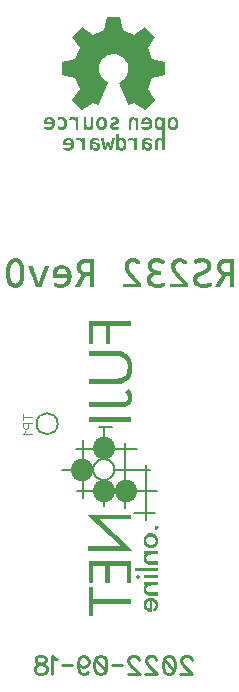
<source format=gbr>
G04 DipTrace 3.3.1.3*
G04 BottomSilk.gbr*
%MOIN*%
G04 #@! TF.FileFunction,Legend,Bot*
G04 #@! TF.Part,Single*
%ADD12C,0.003*%
%ADD13C,0.007874*%
%ADD15C,0.005906*%
%ADD31O,0.074027X0.074711*%
%ADD32O,0.073993X0.074711*%
%ADD33O,0.073959X0.074711*%
%ADD68C,0.004632*%
%ADD69C,0.009264*%
%FSLAX26Y26*%
G04*
G70*
G90*
G75*
G01*
G04 BotSilk*
%LPD*%
X758763Y1506776D2*
D13*
G02X758763Y1506776I35433J0D01*
G01*
G36*
X932788Y1528899D2*
X1074602D1*
Y1511968D1*
X932788D1*
Y1528899D1*
G37*
G36*
X932313Y962314D2*
Y864864D1*
X948692D1*
Y905025D1*
X1074704D1*
Y922251D1*
X948692D1*
Y962314D1*
X932313D1*
G37*
G36*
Y1050510D2*
Y975307D1*
X948420D1*
Y1033284D1*
X988842D1*
Y975307D1*
X1004373D1*
Y1033580D1*
X1059173D1*
Y975307D1*
X1074704D1*
Y1050510D1*
X932313D1*
G37*
G36*
X1074636Y1204067D2*
X926073D1*
X1040454Y1099924D1*
X932008D1*
Y1083781D1*
X1081486D1*
X967716Y1187924D1*
X1074636D1*
Y1204067D1*
G37*
G36*
X933059Y1579002D2*
Y1561973D1*
X1045812D1*
X1055171Y1562957D1*
X1062021Y1565024D1*
X1067311Y1567879D1*
X1071109Y1571029D1*
X1074466Y1575655D1*
X1076738Y1580970D1*
X1077823Y1587270D1*
X1078535Y1595046D1*
Y1600460D1*
X1077213Y1605677D1*
X1073517Y1613158D1*
X1070024Y1618178D1*
X1064666Y1623100D1*
X1053136Y1611583D1*
X1057206Y1608040D1*
X1059749Y1604693D1*
X1062123Y1599968D1*
X1062971Y1597606D1*
X1063344Y1594751D1*
X1063106Y1590518D1*
X1062530Y1588156D1*
X1061716Y1586384D1*
X1060325Y1584317D1*
X1058020Y1582250D1*
X1055273Y1580675D1*
X1053306Y1579789D1*
X1050898Y1579494D1*
X1048152Y1579100D1*
X1046049Y1578903D1*
X933059Y1579002D1*
G37*
G36*
X932957Y1749292D2*
Y1732066D1*
X1024211D1*
X1032417Y1731574D1*
X1041437Y1729507D1*
X1049033Y1726062D1*
X1053069Y1723010D1*
X1056799Y1718581D1*
X1060190Y1711887D1*
X1062394Y1702339D1*
X1062801Y1694268D1*
X1061716Y1683046D1*
X1059274Y1675073D1*
X1055815Y1669167D1*
X1053069Y1666116D1*
X1047372Y1661981D1*
X1038860Y1658635D1*
X1025499Y1656666D1*
X1012613D1*
X932889D1*
Y1639440D1*
X1021125D1*
X1036554Y1640621D1*
X1048185Y1643476D1*
X1056934Y1647610D1*
X1063852Y1652926D1*
X1069346Y1659324D1*
X1073618Y1667100D1*
X1076806Y1677140D1*
X1078502Y1692004D1*
Y1695843D1*
X1077552Y1708344D1*
X1074670Y1719467D1*
X1070668Y1727735D1*
X1065446Y1734626D1*
X1058325Y1740433D1*
X1049644Y1744961D1*
X1037775Y1748111D1*
X1021227Y1749391D1*
X932957Y1749292D1*
G37*
X983518Y1500648D2*
D15*
Y1390993D1*
X891654Y1422886D2*
X1093117D1*
X968190Y1495727D2*
X1009968D1*
X912373Y1452711D2*
Y1258206D1*
X844993Y1353687D2*
X946284D1*
X894265Y1281731D2*
X1160091D1*
X1123433Y1369042D2*
X1122789Y1185168D1*
D31*
X911780Y1352850D3*
G36*
X932652Y1774098D2*
Y1849203D1*
X1075517D1*
Y1831878D1*
X1004543D1*
Y1774098D1*
X989045D1*
Y1832370D1*
X948556D1*
Y1774098D1*
X932652D1*
G37*
D32*
X984400Y1424608D3*
Y1282470D3*
D33*
X1056205D3*
X947335Y1354425D2*
D15*
X947421Y1356852D1*
X947679Y1359268D1*
X948108Y1361659D1*
X948705Y1364016D1*
X949467Y1366326D1*
X950392Y1368578D1*
X951473Y1370761D1*
X952707Y1372864D1*
X954087Y1374878D1*
X955606Y1376792D1*
X957257Y1378596D1*
X959032Y1380284D1*
X960922Y1381845D1*
X962919Y1383272D1*
X965011Y1384559D1*
X967190Y1385700D1*
X969444Y1386687D1*
X971763Y1387518D1*
X974135Y1388188D1*
X976548Y1388693D1*
X978992Y1389031D1*
X981453Y1389200D1*
X983921D1*
X986382Y1389031D1*
X988826Y1388693D1*
X991239Y1388188D1*
X993611Y1387518D1*
X995930Y1386687D1*
X998184Y1385700D1*
X1000363Y1384559D1*
X1002456Y1383272D1*
X1004452Y1381845D1*
X1006342Y1380284D1*
X1008117Y1378596D1*
X1009768Y1376792D1*
X1011287Y1374878D1*
X1012667Y1372864D1*
X1013901Y1370761D1*
X1014983Y1368578D1*
X1015907Y1366326D1*
X1016669Y1364016D1*
X1017266Y1361659D1*
X1017695Y1359268D1*
X1017953Y1356852D1*
X1018039Y1354425D1*
X1017953Y1351998D1*
X1017695Y1349582D1*
X1017266Y1347190D1*
X1016669Y1344834D1*
X1015907Y1342524D1*
X1014983Y1340272D1*
X1013901Y1338089D1*
X1012667Y1335986D1*
X1011287Y1333972D1*
X1009768Y1332058D1*
X1008117Y1330253D1*
X1006342Y1328566D1*
X1004452Y1327005D1*
X1002456Y1325577D1*
X1000363Y1324290D1*
X998184Y1323150D1*
X995930Y1322162D1*
X993611Y1321332D1*
X991239Y1320662D1*
X988826Y1320157D1*
X986382Y1319819D1*
X983921Y1319650D1*
X981453D1*
X978992Y1319819D1*
X976548Y1320157D1*
X974135Y1320662D1*
X971763Y1321332D1*
X969444Y1322162D1*
X967190Y1323150D1*
X965011Y1324290D1*
X962919Y1325577D1*
X960922Y1327005D1*
X959032Y1328566D1*
X957257Y1330253D1*
X955606Y1332058D1*
X954087Y1333972D1*
X952707Y1335986D1*
X951473Y1338089D1*
X950392Y1340272D1*
X949467Y1342524D1*
X948705Y1344834D1*
X948108Y1347190D1*
X947679Y1349582D1*
X947421Y1351998D1*
X947335Y1354425D1*
X1083486Y1209776D2*
X1154767D1*
X1053509Y1442966D2*
Y1225132D1*
X983552Y1233105D2*
Y1311754D1*
X1019531Y1353687D2*
X1136794Y1353096D1*
G36*
X1084021Y2577292D2*
X1066856Y2570226D1*
X1064630Y2571282D1*
X1035068Y2643818D1*
X1035568Y2645699D1*
X1041744Y2648911D1*
X1047329Y2653040D1*
X1052506Y2657858D1*
X1057546Y2664419D1*
X1060544Y2670888D1*
X1063223Y2678550D1*
X1064494Y2685569D1*
X1064767Y2693874D1*
X1063631Y2701306D1*
X1062224Y2706399D1*
X1059317Y2713052D1*
X1055367Y2719337D1*
X1050508Y2725027D1*
X1044559Y2730073D1*
X1038338Y2733744D1*
X1030936Y2736910D1*
X1023398Y2738699D1*
X1016314Y2739295D1*
X1010864Y2738882D1*
X1003099Y2737460D1*
X995788Y2734799D1*
X989476Y2731175D1*
X983800Y2726999D1*
X978078Y2720943D1*
X974082Y2715116D1*
X970449Y2707684D1*
X968496Y2700756D1*
X967770Y2695434D1*
X967497Y2688047D1*
X968269Y2680844D1*
X970358Y2673319D1*
X973809Y2665703D1*
X978169Y2659739D1*
X982937Y2654600D1*
X989067Y2649920D1*
X996061Y2645975D1*
X996969Y2644690D1*
X996787Y2643084D1*
X967270Y2570915D1*
X965091Y2570180D1*
X947744Y2577338D1*
X910870Y2552700D1*
X909917D1*
X878402Y2583945D1*
X878311Y2585275D1*
X903151Y2621933D1*
X887802Y2659051D1*
X843481Y2667676D1*
X843572Y2713281D1*
X888029Y2721861D1*
X903196Y2758519D1*
X877766Y2796325D1*
X910280Y2828578D1*
X947562Y2803436D1*
X984526Y2818485D1*
X993154Y2862851D1*
X1038837Y2862943D1*
X1047647Y2818531D1*
X1084384Y2803344D1*
X1121802Y2828487D1*
X1154180Y2796325D1*
X1129023Y2758932D1*
X1144190Y2721953D1*
X1188601Y2713327D1*
Y2667584D1*
X1144190Y2658821D1*
X1129113Y2622576D1*
X1154089Y2584862D1*
X1121893Y2552241D1*
X1084974Y2577246D1*
X1084021Y2577292D1*
G37*
X680255Y2057645D2*
D12*
X693755D1*
X1070255D2*
X1085255D1*
X1148255D2*
X1164755D1*
X1226255D2*
X1241255D1*
X1298255D2*
X1317755D1*
X676857Y2056145D2*
X696692D1*
X914255D2*
X947255D1*
X1066800D2*
X1088941D1*
X1144800D2*
X1169595D1*
X1222800D2*
X1244941D1*
X1292797D2*
X1322077D1*
X1382255D2*
X1415255D1*
X674049Y2054645D2*
X699441D1*
X909933D2*
X947255D1*
X1063806D2*
X1092319D1*
X1141800D2*
X1173705D1*
X1219806D2*
X1248319D1*
X1288612D2*
X1325687D1*
X1377933D2*
X1415255D1*
X671829Y2053145D2*
X701826D1*
X906322D2*
X947255D1*
X1061278D2*
X1095335D1*
X1139226D2*
X1177009D1*
X1217278D2*
X1251335D1*
X1285535D2*
X1328514D1*
X1374322D2*
X1415255D1*
X669994Y2051645D2*
X703779D1*
X903495D2*
X947255D1*
X1059245D2*
X1097949D1*
X1137053D2*
X1179729D1*
X1215245D2*
X1253949D1*
X1284283D2*
X1330708D1*
X1371495D2*
X1415255D1*
X668403Y2050145D2*
X705327D1*
X901302D2*
X947255D1*
X1057704D2*
X1100051D1*
X1135344D2*
X1182082D1*
X1213704D2*
X1256051D1*
X1284532D2*
X1332478D1*
X1369302D2*
X1415255D1*
X667037Y2048645D2*
X706521D1*
X899531D2*
X947255D1*
X1056451D2*
X1101703D1*
X1134060D2*
X1184255D1*
X1212451D2*
X1257703D1*
X1284863D2*
X1333917D1*
X1367531D2*
X1415255D1*
X665881Y2047145D2*
X680550D1*
X693929D2*
X707481D1*
X898093D2*
X947255D1*
X1055372D2*
X1070555D1*
X1086698D2*
X1102100D1*
X1133057D2*
X1149824D1*
X1165960D2*
X1182988D1*
X1211372D2*
X1226555D1*
X1242698D2*
X1258100D1*
X1285314D2*
X1301806D1*
X1317165D2*
X1335052D1*
X1366093D2*
X1415255D1*
X664817Y2045645D2*
X678178D1*
X695609D2*
X708323D1*
X896952D2*
X916113D1*
X936755D2*
X947255D1*
X1054533D2*
X1068231D1*
X1089504D2*
X1101707D1*
X1132203D2*
X1147127D1*
X1169843D2*
X1181872D1*
X1210533D2*
X1224231D1*
X1245504D2*
X1257707D1*
X1285800D2*
X1295359D1*
X1320420D2*
X1335942D1*
X1364952D2*
X1384113D1*
X1404755D2*
X1415255D1*
X663820Y2044145D2*
X676229D1*
X697132D2*
X709108D1*
X896014D2*
X912492D1*
X936755D2*
X947255D1*
X1053887D2*
X1066426D1*
X1092132D2*
X1100979D1*
X1131464D2*
X1144934D1*
X1173380D2*
X1180822D1*
X1209887D2*
X1222426D1*
X1248132D2*
X1256979D1*
X1286255D2*
X1289255D1*
X1322919D2*
X1336631D1*
X1364014D2*
X1380492D1*
X1404755D2*
X1415255D1*
X663014Y2042645D2*
X674682D1*
X698452D2*
X709867D1*
X895187D2*
X909652D1*
X936755D2*
X947255D1*
X1053304D2*
X1065100D1*
X1094686D2*
X1099938D1*
X1130894D2*
X1143345D1*
X1176755D2*
X1179755D1*
X1209304D2*
X1221100D1*
X1250686D2*
X1255938D1*
X1324847D2*
X1337192D1*
X1363187D2*
X1377652D1*
X1404755D2*
X1415255D1*
X662380Y2041145D2*
X673489D1*
X699585D2*
X710574D1*
X894458D2*
X907599D1*
X936755D2*
X947255D1*
X1052823D2*
X1064129D1*
X1097255D2*
X1098755D1*
X1130551D2*
X1142235D1*
X1208823D2*
X1220129D1*
X1253255D2*
X1254755D1*
X1326308D2*
X1337733D1*
X1362458D2*
X1375599D1*
X1404755D2*
X1415255D1*
X661796Y2039645D2*
X672528D1*
X700454D2*
X711183D1*
X893892D2*
X906166D1*
X936755D2*
X947255D1*
X1052522D2*
X1063457D1*
X1130379D2*
X1141500D1*
X1208522D2*
X1219457D1*
X1327446D2*
X1338198D1*
X1361892D2*
X1374166D1*
X1404755D2*
X1415255D1*
X661263Y2038145D2*
X671692D1*
X701114D2*
X711711D1*
X893544D2*
X905153D1*
X936755D2*
X947255D1*
X1052368D2*
X1063074D1*
X1130304D2*
X1141090D1*
X1208368D2*
X1219074D1*
X1327862D2*
X1338491D1*
X1361544D2*
X1373153D1*
X1404755D2*
X1415255D1*
X660772Y2036645D2*
X670960D1*
X701702D2*
X712240D1*
X893321D2*
X904466D1*
X936755D2*
X947255D1*
X1052300D2*
X1062888D1*
X1130273D2*
X1140893D1*
X1208300D2*
X1218888D1*
X1328087D2*
X1338643D1*
X1361321D2*
X1372466D1*
X1404755D2*
X1415255D1*
X660259Y2035145D2*
X670392D1*
X702192D2*
X712706D1*
X834755D2*
X848255D1*
X893054D2*
X904077D1*
X936755D2*
X947255D1*
X1052271D2*
X1062806D1*
X1130261D2*
X1140808D1*
X1208271D2*
X1218806D1*
X1328189D2*
X1338710D1*
X1361054D2*
X1372077D1*
X1404755D2*
X1415255D1*
X659806Y2033645D2*
X670045D1*
X702546D2*
X713051D1*
X731255D2*
X741755D1*
X786755D2*
X797255D1*
X830946D2*
X851884D1*
X892664D2*
X903889D1*
X936755D2*
X947255D1*
X1052261D2*
X1062774D1*
X1130257D2*
X1140780D1*
X1208261D2*
X1218774D1*
X1328225D2*
X1338732D1*
X1360664D2*
X1371889D1*
X1404755D2*
X1415255D1*
X659510Y2032145D2*
X669821D1*
X702891D2*
X713393D1*
X731825D2*
X742504D1*
X786185D2*
X796736D1*
X827781D2*
X855064D1*
X892273D2*
X903807D1*
X936755D2*
X947255D1*
X1052257D2*
X1062761D1*
X1130261D2*
X1140820D1*
X1208257D2*
X1218761D1*
X1328182D2*
X1338690D1*
X1360273D2*
X1371807D1*
X1404755D2*
X1415255D1*
X659308Y2030645D2*
X669554D1*
X703319D2*
X713820D1*
X732463D2*
X743133D1*
X785546D2*
X796237D1*
X825239D2*
X857673D1*
X892060D2*
X903774D1*
X936755D2*
X947255D1*
X1052255D2*
X1062757D1*
X1130314D2*
X1141013D1*
X1208255D2*
X1218757D1*
X1327944D2*
X1338503D1*
X1360060D2*
X1371774D1*
X1404755D2*
X1415255D1*
X659049Y2029145D2*
X669164D1*
X703732D2*
X714232D1*
X733113D2*
X743764D1*
X784896D2*
X795756D1*
X823186D2*
X859776D1*
X892111D2*
X903762D1*
X936755D2*
X947255D1*
X1052261D2*
X1062761D1*
X1130510D2*
X1141423D1*
X1208261D2*
X1218761D1*
X1327389D2*
X1338139D1*
X1360111D2*
X1371762D1*
X1404755D2*
X1415255D1*
X658662Y2027645D2*
X668768D1*
X704004D2*
X714504D1*
X733697D2*
X744436D1*
X784312D2*
X795197D1*
X821435D2*
X861554D1*
X892406D2*
X903763D1*
X936755D2*
X947255D1*
X1052313D2*
X1062814D1*
X1130922D2*
X1142004D1*
X1208313D2*
X1218814D1*
X1326582D2*
X1337702D1*
X1360406D2*
X1371763D1*
X1404755D2*
X1415255D1*
X658267Y2026145D2*
X668502D1*
X704147D2*
X714647D1*
X734217D2*
X745102D1*
X783793D2*
X794555D1*
X819880D2*
X863122D1*
X892770D2*
X903814D1*
X936755D2*
X947255D1*
X1052505D2*
X1063010D1*
X1131504D2*
X1142689D1*
X1208505D2*
X1219010D1*
X1325627D2*
X1337244D1*
X1360770D2*
X1371814D1*
X1404755D2*
X1415255D1*
X658002Y2024645D2*
X668361D1*
X704212D2*
X714712D1*
X734748D2*
X745693D1*
X783262D2*
X793901D1*
X818534D2*
X833550D1*
X849686D2*
X864472D1*
X893074D2*
X904011D1*
X936755D2*
X947255D1*
X1052870D2*
X1063422D1*
X1132183D2*
X1143516D1*
X1208870D2*
X1219422D1*
X1324368D2*
X1336693D1*
X1361074D2*
X1372011D1*
X1404755D2*
X1415255D1*
X657861Y2023145D2*
X668297D1*
X704239D2*
X714739D1*
X735259D2*
X746215D1*
X782750D2*
X793314D1*
X817431D2*
X831178D1*
X852382D2*
X865578D1*
X893401D2*
X904428D1*
X936755D2*
X947255D1*
X1053307D2*
X1064004D1*
X1132957D2*
X1144659D1*
X1209307D2*
X1220004D1*
X1322563D2*
X1336048D1*
X1361401D2*
X1372428D1*
X1404755D2*
X1415255D1*
X657797Y2021645D2*
X668271D1*
X704249D2*
X714749D1*
X735748D2*
X746747D1*
X782268D2*
X792794D1*
X816507D2*
X829229D1*
X854576D2*
X866502D1*
X893828D2*
X905063D1*
X936755D2*
X947255D1*
X1053766D2*
X1064678D1*
X1133897D2*
X1146388D1*
X1209766D2*
X1220678D1*
X1320218D2*
X1335342D1*
X1361828D2*
X1373063D1*
X1404755D2*
X1415255D1*
X657771Y2020145D2*
X668260D1*
X704253D2*
X714753D1*
X736310D2*
X747259D1*
X781752D2*
X792262D1*
X815684D2*
X827682D1*
X856170D2*
X867331D1*
X894297D2*
X905939D1*
X936755D2*
X947255D1*
X1054317D2*
X1065398D1*
X1135115D2*
X1149192D1*
X1210317D2*
X1221398D1*
X1317473D2*
X1334552D1*
X1362297D2*
X1373939D1*
X1404755D2*
X1415255D1*
X657760Y2018645D2*
X668257D1*
X704254D2*
X714754D1*
X736954D2*
X747742D1*
X781247D2*
X791751D1*
X814957D2*
X826494D1*
X857334D2*
X868111D1*
X894819D2*
X907136D1*
X936755D2*
X947255D1*
X1054962D2*
X1066141D1*
X1136699D2*
X1154081D1*
X1210962D2*
X1222141D1*
X1314363D2*
X1333562D1*
X1362819D2*
X1375136D1*
X1404755D2*
X1415255D1*
X657757Y2017145D2*
X668255D1*
X704255D2*
X714760D1*
X737608D2*
X748258D1*
X780760D2*
X791262D1*
X814385D2*
X825587D1*
X858260D2*
X868868D1*
X895570D2*
X908763D1*
X936755D2*
X947255D1*
X1055668D2*
X1066941D1*
X1138790D2*
X1161651D1*
X1211668D2*
X1222941D1*
X1310866D2*
X1332204D1*
X1363570D2*
X1376763D1*
X1404755D2*
X1415255D1*
X657755Y2015645D2*
X668255D1*
X704255D2*
X714813D1*
X738195D2*
X748763D1*
X780199D2*
X790699D1*
X813992D2*
X824942D1*
X859028D2*
X869568D1*
X896629D2*
X911042D1*
X936755D2*
X947255D1*
X1056451D2*
X1067886D1*
X1141483D2*
X1170755D1*
X1212451D2*
X1223886D1*
X1307142D2*
X1330457D1*
X1364629D2*
X1379042D1*
X1404755D2*
X1415255D1*
X657755Y2014145D2*
X668255D1*
X704255D2*
X714999D1*
X738716D2*
X749249D1*
X779556D2*
X790056D1*
X813629D2*
X824569D1*
X859616D2*
X870130D1*
X897911D2*
X914106D1*
X936755D2*
X947255D1*
X1057383D2*
X1069042D1*
X1144727D2*
X1170755D1*
X1213383D2*
X1225042D1*
X1303502D2*
X1328398D1*
X1365911D2*
X1382106D1*
X1404755D2*
X1415255D1*
X657755Y2012645D2*
X668255D1*
X704255D2*
X715305D1*
X739248D2*
X749811D1*
X778901D2*
X789401D1*
X813194D2*
X824386D1*
X860015D2*
X870520D1*
X899321D2*
X917797D1*
X936755D2*
X947255D1*
X1058491D2*
X1070320D1*
X1148255D2*
X1170749D1*
X1214491D2*
X1226320D1*
X1300110D2*
X1326058D1*
X1367321D2*
X1385797D1*
X1404755D2*
X1415255D1*
X657755Y2011145D2*
X668255D1*
X704255D2*
X715499D1*
X739759D2*
X750454D1*
X778314D2*
X788814D1*
X812779D2*
X824306D1*
X860379D2*
X870881D1*
X900842D2*
X947255D1*
X1059629D2*
X1071553D1*
X1144113D2*
X1170692D1*
X1215629D2*
X1227553D1*
X1296967D2*
X1323431D1*
X1368842D2*
X1415255D1*
X657755Y2009645D2*
X668255D1*
X704255D2*
X715401D1*
X740248D2*
X751108D1*
X777794D2*
X788294D1*
X812506D2*
X824274D1*
X860815D2*
X871315D1*
X902565D2*
X947255D1*
X1060694D2*
X1072664D1*
X1140486D2*
X1170460D1*
X1216694D2*
X1228664D1*
X1294127D2*
X1320558D1*
X1370565D2*
X1415255D1*
X657755Y2008145D2*
X668255D1*
X704255D2*
X715156D1*
X740810D2*
X751695D1*
X777262D2*
X787762D1*
X812363D2*
X824261D1*
X861234D2*
X871730D1*
X904546D2*
X947255D1*
X1061779D2*
X1073768D1*
X1137593D2*
X1169947D1*
X1217779D2*
X1229768D1*
X1291699D2*
X1317395D1*
X1372546D2*
X1415255D1*
X657755Y2006645D2*
X668255D1*
X704255D2*
X714958D1*
X741454D2*
X752216D1*
X776751D2*
X787251D1*
X812298D2*
X824257D1*
X861531D2*
X872004D1*
X906485D2*
X947255D1*
X1063000D2*
X1075002D1*
X1135343D2*
X1169255D1*
X1219000D2*
X1231002D1*
X1289679D2*
X1313877D1*
X1374485D2*
X1415255D1*
X657755Y2005145D2*
X668255D1*
X704255D2*
X714845D1*
X742108D2*
X752748D1*
X776268D2*
X786762D1*
X812271D2*
X872147D1*
X908124D2*
X947255D1*
X1064304D2*
X1076361D1*
X1133499D2*
X1150293D1*
X1220304D2*
X1232361D1*
X1287935D2*
X1310146D1*
X1376124D2*
X1415255D1*
X657755Y2003645D2*
X668255D1*
X704255D2*
X714791D1*
X742695D2*
X753259D1*
X775752D2*
X786199D1*
X812261D2*
X872212D1*
X908566D2*
X947255D1*
X1065548D2*
X1077791D1*
X1131910D2*
X1146899D1*
X1221548D2*
X1233791D1*
X1286381D2*
X1306510D1*
X1376566D2*
X1415255D1*
X657755Y2002145D2*
X668255D1*
X704255D2*
X714769D1*
X743222D2*
X753742D1*
X775247D2*
X785556D1*
X812263D2*
X872239D1*
X908247D2*
X947255D1*
X1066662D2*
X1079212D1*
X1130596D2*
X1144232D1*
X1222662D2*
X1235212D1*
X1285035D2*
X1303169D1*
X1376247D2*
X1415255D1*
X657755Y2000645D2*
X668255D1*
X704255D2*
X714760D1*
X743800D2*
X754258D1*
X774760D2*
X784901D1*
X812318D2*
X872249D1*
X907717D2*
X920487D1*
X936755D2*
X947255D1*
X1067767D2*
X1080511D1*
X1129631D2*
X1142272D1*
X1223767D2*
X1236511D1*
X1283937D2*
X1300217D1*
X1375717D2*
X1388487D1*
X1404755D2*
X1415255D1*
X657755Y1999145D2*
X668255D1*
X704255D2*
X714757D1*
X744450D2*
X754763D1*
X774199D2*
X784314D1*
X812550D2*
X872253D1*
X907017D2*
X919364D1*
X936755D2*
X947255D1*
X1069002D2*
X1081648D1*
X1128926D2*
X1140881D1*
X1225002D2*
X1237648D1*
X1283066D2*
X1297742D1*
X1375017D2*
X1387364D1*
X1404755D2*
X1415255D1*
X657761Y1997645D2*
X668261D1*
X704255D2*
X714750D1*
X745107D2*
X755249D1*
X773556D2*
X783794D1*
X813062D2*
X872254D1*
X906162D2*
X918305D1*
X936755D2*
X947255D1*
X1070361D2*
X1082762D1*
X1128319D2*
X1139838D1*
X1226361D2*
X1238762D1*
X1282428D2*
X1295757D1*
X1374162D2*
X1386305D1*
X1404755D2*
X1415255D1*
X657813Y1996145D2*
X668313D1*
X704249D2*
X714696D1*
X745695D2*
X755811D1*
X772901D2*
X783262D1*
X813755D2*
X872255D1*
X905210D2*
X917265D1*
X936755D2*
X947255D1*
X1071797D2*
X1084000D1*
X1127828D2*
X1139016D1*
X1227797D2*
X1240000D1*
X1282008D2*
X1294243D1*
X1373210D2*
X1385265D1*
X1404755D2*
X1415255D1*
X658005Y1994645D2*
X668505D1*
X704196D2*
X714505D1*
X746216D2*
X756454D1*
X772314D2*
X782751D1*
X861749D2*
X872249D1*
X904296D2*
X916317D1*
X936755D2*
X947255D1*
X1073271D2*
X1085361D1*
X1127524D2*
X1138413D1*
X1229271D2*
X1241361D1*
X1281635D2*
X1293188D1*
X1372296D2*
X1384317D1*
X1404755D2*
X1415255D1*
X658364Y1993145D2*
X668864D1*
X704005D2*
X714146D1*
X746748D2*
X757108D1*
X771794D2*
X782262D1*
X861696D2*
X872196D1*
X903449D2*
X915456D1*
X936755D2*
X947255D1*
X1074760D2*
X1086797D1*
X1127369D2*
X1138058D1*
X1230760D2*
X1242797D1*
X1281196D2*
X1292447D1*
X1371449D2*
X1383456D1*
X1404755D2*
X1415255D1*
X658748Y1991645D2*
X669248D1*
X703646D2*
X713761D1*
X747259D2*
X757695D1*
X771262D2*
X781699D1*
X861505D2*
X872005D1*
X902607D2*
X914609D1*
X936755D2*
X947255D1*
X1076257D2*
X1088271D1*
X1127300D2*
X1137882D1*
X1232257D2*
X1244271D1*
X1280780D2*
X1291827D1*
X1370607D2*
X1382609D1*
X1404755D2*
X1415255D1*
X659016Y1990145D2*
X669516D1*
X703255D2*
X713494D1*
X747748D2*
X758216D1*
X770751D2*
X781056D1*
X861140D2*
X871646D1*
X901695D2*
X913696D1*
X936755D2*
X947255D1*
X1077755D2*
X1089760D1*
X1127272D2*
X1137804D1*
X1233755D2*
X1245760D1*
X1280512D2*
X1291336D1*
X1369695D2*
X1381696D1*
X1404755D2*
X1415255D1*
X659208Y1988645D2*
X669708D1*
X702941D2*
X713302D1*
X748310D2*
X758742D1*
X770268D2*
X780401D1*
X860703D2*
X871255D1*
X900716D2*
X912722D1*
X936755D2*
X947255D1*
X1079255D2*
X1091257D1*
X1127261D2*
X1137779D1*
X1235255D2*
X1247257D1*
X1280421D2*
X1291083D1*
X1368716D2*
X1380722D1*
X1404755D2*
X1415255D1*
X659462Y1987145D2*
X669968D1*
X702611D2*
X713047D1*
X748954D2*
X759206D1*
X769752D2*
X779814D1*
X860244D2*
X870941D1*
X899747D2*
X911800D1*
X936755D2*
X947255D1*
X1080749D2*
X1092755D1*
X1127263D2*
X1137820D1*
X1236749D2*
X1248755D1*
X1280547D2*
X1291119D1*
X1367747D2*
X1379800D1*
X1404755D2*
X1415255D1*
X659854Y1985645D2*
X670407D1*
X702182D2*
X712656D1*
X749608D2*
X759551D1*
X769247D2*
X779294D1*
X859693D2*
X870605D1*
X898759D2*
X910956D1*
X936755D2*
X947255D1*
X1082196D2*
X1094255D1*
X1127314D2*
X1138013D1*
X1238196D2*
X1250255D1*
X1280880D2*
X1291415D1*
X1366759D2*
X1378956D1*
X1404755D2*
X1415255D1*
X660301Y1984145D2*
X670998D1*
X701713D2*
X712208D1*
X750195D2*
X759893D1*
X768766D2*
X778762D1*
X859048D2*
X870129D1*
X897748D2*
X910160D1*
X936755D2*
X947255D1*
X1083505D2*
X1095749D1*
X1127505D2*
X1138429D1*
X1239505D2*
X1251749D1*
X1281260D2*
X1291830D1*
X1365748D2*
X1378160D1*
X1404755D2*
X1415255D1*
X660764Y1982645D2*
X671682D1*
X701197D2*
X711746D1*
X750716D2*
X760325D1*
X768251D2*
X778251D1*
X858342D2*
X869521D1*
X896810D2*
X909386D1*
X936755D2*
X947255D1*
X1084646D2*
X1097196D1*
X1127870D2*
X1139063D1*
X1240646D2*
X1253196D1*
X1281571D2*
X1292330D1*
X1364810D2*
X1377386D1*
X1404755D2*
X1415255D1*
X661316Y1981145D2*
X672456D1*
X700492D2*
X711194D1*
X751248D2*
X760791D1*
X767747D2*
X777762D1*
X857552D2*
X868838D1*
X895954D2*
X908581D1*
X936755D2*
X947255D1*
X1085761D2*
X1098505D1*
X1128307D2*
X1139933D1*
X1241761D2*
X1254505D1*
X1281905D2*
X1293080D1*
X1363954D2*
X1376581D1*
X1404755D2*
X1415255D1*
X661962Y1979645D2*
X673397D1*
X699572D2*
X710548D1*
X751759D2*
X761254D1*
X767266D2*
X777199D1*
X856556D2*
X868113D1*
X895108D2*
X907685D1*
X936755D2*
X947255D1*
X1087000D2*
X1099646D1*
X1128766D2*
X1141078D1*
X1243000D2*
X1255646D1*
X1282381D2*
X1294201D1*
X1363108D2*
X1375685D1*
X1404755D2*
X1415255D1*
X662668Y1978145D2*
X674661D1*
X698411D2*
X709842D1*
X752248D2*
X761762D1*
X766751D2*
X776556D1*
X855146D2*
X867369D1*
X894195D2*
X906718D1*
X936755D2*
X947255D1*
X1088360D2*
X1100755D1*
X1129323D2*
X1142514D1*
X1244360D2*
X1256755D1*
X1282988D2*
X1295790D1*
X1362195D2*
X1374718D1*
X1404755D2*
X1415255D1*
X663445Y1976645D2*
X676233D1*
X696985D2*
X709058D1*
X752810D2*
X762269D1*
X766242D2*
X775901D1*
X853208D2*
X866569D1*
X893222D2*
X905799D1*
X936755D2*
X947255D1*
X1089797D2*
X1101935D1*
X1130021D2*
X1144433D1*
X1181255D2*
X1184255D1*
X1245797D2*
X1257935D1*
X1283678D2*
X1298053D1*
X1337255D2*
X1340255D1*
X1361222D2*
X1373799D1*
X1404755D2*
X1415255D1*
X664331Y1975145D2*
X680463D1*
X693235D2*
X708126D1*
X753454D2*
X762790D1*
X765720D2*
X775314D1*
X816755D2*
X821255D1*
X850791D2*
X865624D1*
X892300D2*
X904950D1*
X936755D2*
X947255D1*
X1091270D2*
X1103046D1*
X1130917D2*
X1147108D1*
X1176651D2*
X1184255D1*
X1247270D2*
X1259046D1*
X1284455D2*
X1301110D1*
X1331151D2*
X1340255D1*
X1360300D2*
X1372950D1*
X1404755D2*
X1415255D1*
X665306Y1973645D2*
X687080D1*
X687434D2*
X707013D1*
X754108D2*
X763460D1*
X765049D2*
X774794D1*
X816755D2*
X827255D1*
X848079D2*
X864456D1*
X891450D2*
X904107D1*
X936755D2*
X947255D1*
X1047755D2*
X1103874D1*
X1132066D2*
X1150515D1*
X1171578D2*
X1184255D1*
X1203755D2*
X1259874D1*
X1285396D2*
X1304798D1*
X1324578D2*
X1340255D1*
X1359450D2*
X1372107D1*
X1404755D2*
X1415255D1*
X666329Y1972145D2*
X705822D1*
X754695D2*
X774262D1*
X816761D2*
X863073D1*
X890607D2*
X903195D1*
X936755D2*
X947255D1*
X1047755D2*
X1104354D1*
X1133441D2*
X1184249D1*
X1203755D2*
X1260354D1*
X1286614D2*
X1340249D1*
X1358607D2*
X1371195D1*
X1404755D2*
X1415255D1*
X667565Y1970645D2*
X704560D1*
X755216D2*
X773751D1*
X816831D2*
X861445D1*
X889695D2*
X902221D1*
X936755D2*
X947255D1*
X1047755D2*
X1104588D1*
X1135066D2*
X1184179D1*
X1203755D2*
X1260588D1*
X1288193D2*
X1340179D1*
X1357695D2*
X1370221D1*
X1404755D2*
X1415255D1*
X669197Y1969145D2*
X703057D1*
X755742D2*
X773266D1*
X817007D2*
X859499D1*
X888717D2*
X901305D1*
X936755D2*
X947255D1*
X1047755D2*
X1104690D1*
X1137017D2*
X1184003D1*
X1203755D2*
X1260690D1*
X1290238D2*
X1340003D1*
X1356717D2*
X1369305D1*
X1404755D2*
X1415255D1*
X671237Y1967645D2*
X701196D1*
X756205D2*
X772744D1*
X817971D2*
X857127D1*
X887756D2*
X900499D1*
X936755D2*
X947255D1*
X1047755D2*
X1104731D1*
X1139446D2*
X1183039D1*
X1203755D2*
X1260731D1*
X1292816D2*
X1339016D1*
X1355756D2*
X1368499D1*
X1404755D2*
X1415255D1*
X673768Y1966145D2*
X698973D1*
X756520D2*
X772227D1*
X820700D2*
X854161D1*
X886779D2*
X899828D1*
X936755D2*
X947255D1*
X1047755D2*
X1104747D1*
X1142643D2*
X1180309D1*
X1203755D2*
X1260747D1*
X1296022D2*
X1336024D1*
X1354779D2*
X1367828D1*
X1404755D2*
X1415255D1*
X676858Y1964645D2*
X696435D1*
X756755D2*
X771755D1*
X824450D2*
X850597D1*
X885755D2*
X899255D1*
X936755D2*
X947255D1*
X1047755D2*
X1104755D1*
X1146720D2*
X1176560D1*
X1203755D2*
X1260755D1*
X1299934D2*
X1331755D1*
X1353755D2*
X1367255D1*
X1404755D2*
X1415255D1*
X680255Y1963145D2*
X693755D1*
X828755D2*
X846755D1*
X1151255D2*
X1172255D1*
X1304255D2*
X1326755D1*
X1155522Y1166847D2*
X1160022D1*
X1154137Y1165347D2*
X1161221D1*
X1153111Y1163847D2*
X1162218D1*
X1152861Y1162347D2*
X1162526D1*
X1152804Y1160847D2*
X1162160D1*
X1153446Y1159347D2*
X1161550D1*
X1154404Y1157847D2*
X1160147D1*
X1155522Y1156347D2*
X1158522D1*
X1131522Y1141347D2*
X1145022D1*
X1128817Y1139847D2*
X1147727D1*
X1126439Y1138347D2*
X1150104D1*
X1124443Y1136847D2*
X1152101D1*
X1122752Y1135347D2*
X1153792D1*
X1121344Y1133847D2*
X1134880D1*
X1141664D2*
X1155200D1*
X1120214Y1132347D2*
X1131253D1*
X1145290D2*
X1156330D1*
X1119279Y1130847D2*
X1128366D1*
X1148183D2*
X1157264D1*
X1118453Y1129347D2*
X1126169D1*
X1150428D2*
X1158090D1*
X1117725Y1127847D2*
X1124516D1*
X1152219D2*
X1158825D1*
X1117158Y1126347D2*
X1123286D1*
X1153617D2*
X1159444D1*
X1116817Y1124847D2*
X1122362D1*
X1154572D2*
X1159976D1*
X1116646Y1123347D2*
X1121712D1*
X1155152D2*
X1160506D1*
X1116570Y1121847D2*
X1121337D1*
X1155590D2*
X1160967D1*
X1116540Y1120347D2*
X1121153D1*
X1156005D2*
X1161259D1*
X1116528Y1118847D2*
X1121073D1*
X1156241D2*
X1161404D1*
X1116524Y1117347D2*
X1121046D1*
X1156159D2*
X1161419D1*
X1116522Y1115847D2*
X1121087D1*
X1155914D2*
X1161256D1*
X1116528Y1114347D2*
X1121280D1*
X1155659D2*
X1160901D1*
X1116580Y1112847D2*
X1121696D1*
X1155297D2*
X1160468D1*
X1116777Y1111347D2*
X1122330D1*
X1154635D2*
X1160010D1*
X1117189Y1109847D2*
X1123206D1*
X1153619D2*
X1159460D1*
X1117771Y1108347D2*
X1124403D1*
X1152343D2*
X1158815D1*
X1118450Y1106847D2*
X1126060D1*
X1150799D2*
X1158109D1*
X1119224Y1105347D2*
X1128624D1*
X1148555D2*
X1157325D1*
X1120158Y1103847D2*
X1132847D1*
X1144704D2*
X1156387D1*
X1121323Y1102347D2*
X1139102D1*
X1138728D2*
X1155227D1*
X1122711Y1100847D2*
X1153886D1*
X1124384Y1099347D2*
X1152347D1*
X1126457Y1097847D2*
X1150414D1*
X1128905Y1096347D2*
X1147901D1*
X1131522Y1094847D2*
X1145022D1*
X1118022Y1081347D2*
X1161522D1*
X1118039Y1079847D2*
X1161522D1*
X1118211Y1078347D2*
X1161522D1*
X1118619Y1076847D2*
X1161522D1*
X1120373Y1075347D2*
X1161522D1*
X1122522Y1073847D2*
X1133906D1*
X1121259Y1072347D2*
X1129780D1*
X1120184Y1070847D2*
X1126826D1*
X1119269Y1069347D2*
X1124792D1*
X1118450Y1067847D2*
X1123394D1*
X1117724Y1066347D2*
X1122402D1*
X1117158Y1064847D2*
X1121726D1*
X1116817Y1063347D2*
X1121342D1*
X1116646Y1061847D2*
X1121155D1*
X1116570Y1060347D2*
X1121079D1*
X1116540Y1058847D2*
X1121099D1*
X1116528Y1057347D2*
X1121284D1*
X1116524Y1055847D2*
X1121703D1*
X1116528Y1054347D2*
X1122395D1*
X1116586Y1052847D2*
X1123514D1*
X1116830Y1051347D2*
X1125249D1*
X1117386Y1049847D2*
X1127518D1*
X1118195Y1048347D2*
X1161522D1*
X1119161Y1046847D2*
X1161516D1*
X1120534Y1045347D2*
X1161459D1*
X1122797Y1043847D2*
X1161227D1*
X1126119Y1042347D2*
X1160714D1*
X1130022Y1040847D2*
X1160022D1*
X1086522Y1025847D2*
X1160022D1*
X1086522Y1024347D2*
X1160714D1*
X1086522Y1022847D2*
X1161145D1*
X1086522Y1021347D2*
X1161363D1*
X1086522Y1019847D2*
X1161464D1*
X1086522Y1018347D2*
X1161522D1*
X1094022Y1003347D2*
X1097022D1*
X1092817Y1001847D2*
X1097940D1*
X1118022D2*
X1160022D1*
X1091939Y1000347D2*
X1098690D1*
X1118022D2*
X1160714D1*
X1091449Y998847D2*
X1099262D1*
X1118022D2*
X1161145D1*
X1091184Y997347D2*
X1099083D1*
X1118022D2*
X1161363D1*
X1091460Y995847D2*
X1098611D1*
X1118022D2*
X1161464D1*
X1092606Y994347D2*
X1097888D1*
X1118022D2*
X1161522D1*
X1094022Y992847D2*
X1097022D1*
X1118022Y977847D2*
X1161522D1*
X1118039Y976347D2*
X1161522D1*
X1118211Y974847D2*
X1161522D1*
X1118619Y973347D2*
X1161522D1*
X1120373Y971847D2*
X1161522D1*
X1122522Y970347D2*
X1133906D1*
X1121259Y968847D2*
X1129780D1*
X1120184Y967347D2*
X1126826D1*
X1119269Y965847D2*
X1124792D1*
X1118450Y964347D2*
X1123394D1*
X1117724Y962847D2*
X1122402D1*
X1117158Y961347D2*
X1121726D1*
X1116817Y959847D2*
X1121342D1*
X1116646Y958347D2*
X1121155D1*
X1116570Y956847D2*
X1121079D1*
X1116540Y955347D2*
X1121099D1*
X1116528Y953847D2*
X1121284D1*
X1116524Y952347D2*
X1121703D1*
X1116528Y950847D2*
X1122395D1*
X1116586Y949347D2*
X1123514D1*
X1116830Y947847D2*
X1125249D1*
X1117386Y946347D2*
X1127518D1*
X1118195Y944847D2*
X1161522D1*
X1119161Y943347D2*
X1161516D1*
X1120534Y941847D2*
X1161459D1*
X1122797Y940347D2*
X1161227D1*
X1126119Y938847D2*
X1160714D1*
X1130022Y937347D2*
X1160022D1*
X1130022Y925347D2*
X1146522D1*
X1127317Y923847D2*
X1149227D1*
X1124945Y922347D2*
X1151604D1*
X1122996Y920847D2*
X1153601D1*
X1121449Y919347D2*
X1155292D1*
X1120256Y917847D2*
X1140522D1*
X1144432D2*
X1156700D1*
X1119295Y916347D2*
X1128822D1*
X1136022D2*
X1140522D1*
X1147687D2*
X1157824D1*
X1118459Y914847D2*
X1126498D1*
X1136022D2*
X1140522D1*
X1150186D2*
X1158705D1*
X1117727Y913347D2*
X1124693D1*
X1136022D2*
X1140522D1*
X1152114D2*
X1159346D1*
X1117159Y911847D2*
X1123367D1*
X1136022D2*
X1140522D1*
X1153575D2*
X1159768D1*
X1116817Y910347D2*
X1122396D1*
X1136022D2*
X1140522D1*
X1154713D2*
X1160141D1*
X1116646Y908847D2*
X1121724D1*
X1136022D2*
X1140522D1*
X1155186D2*
X1160580D1*
X1116570Y907347D2*
X1121341D1*
X1136022D2*
X1140522D1*
X1155598D2*
X1160997D1*
X1116540Y905847D2*
X1121155D1*
X1136022D2*
X1140522D1*
X1156006D2*
X1161270D1*
X1116528Y904347D2*
X1121079D1*
X1136022D2*
X1140522D1*
X1156241D2*
X1161408D1*
X1116524Y902847D2*
X1121099D1*
X1136022D2*
X1140522D1*
X1156154D2*
X1161420D1*
X1116528Y901347D2*
X1121284D1*
X1136022D2*
X1140522D1*
X1155861D2*
X1161256D1*
X1116581Y899847D2*
X1121697D1*
X1136022D2*
X1140522D1*
X1155468D2*
X1160901D1*
X1116777Y898347D2*
X1122336D1*
X1136022D2*
X1140522D1*
X1154938D2*
X1160468D1*
X1117189Y896847D2*
X1123288D1*
X1135998D2*
X1140522D1*
X1154250D2*
X1160010D1*
X1117771Y895347D2*
X1124559D1*
X1135928D2*
X1140522D1*
X1153351D2*
X1159460D1*
X1118450Y893847D2*
X1127663D1*
X1135225D2*
X1140522D1*
X1152163D2*
X1158815D1*
X1119230Y892347D2*
X1132155D1*
X1132887D2*
X1140522D1*
X1150714D2*
X1158109D1*
X1120223Y890847D2*
X1140522D1*
X1149236D2*
X1157325D1*
X1121631Y889347D2*
X1140522D1*
X1147943D2*
X1156387D1*
X1123569Y887847D2*
X1140522D1*
X1147612D2*
X1155228D1*
X1125985Y886347D2*
X1140522D1*
X1147798D2*
X1153908D1*
X1128698Y884847D2*
X1140522D1*
X1148022D2*
X1152522D1*
X1131522Y883347D2*
X1140522D1*
X1074363Y2528958D2*
X1081863D1*
X1119363D2*
X1128363D1*
X1161363D2*
X1170363D1*
X1206363D2*
X1216863D1*
X1072233Y2527458D2*
X1084117D1*
X1090863D2*
X1095363D1*
X1116715D2*
X1131248D1*
X1159407D2*
X1172836D1*
X1177863D2*
X1182363D1*
X1204176D2*
X1219511D1*
X1070548Y2525958D2*
X1086282D1*
X1090587D2*
X1095363D1*
X1114536D2*
X1133603D1*
X1157659D2*
X1175327D1*
X1177160D2*
X1182363D1*
X1202298D2*
X1221690D1*
X1069386Y2524458D2*
X1088524D1*
X1090061D2*
X1095363D1*
X1112946D2*
X1135487D1*
X1156287D2*
X1182363D1*
X1200777D2*
X1223280D1*
X1068592Y2522958D2*
X1075926D1*
X1084857D2*
X1095363D1*
X1111784D2*
X1119715D1*
X1128062D2*
X1136983D1*
X1155221D2*
X1162869D1*
X1171857D2*
X1182363D1*
X1199593D2*
X1208215D1*
X1216857D2*
X1224442D1*
X1067949Y2521458D2*
X1074677D1*
X1086298D2*
X1095363D1*
X1110858D2*
X1117536D1*
X1130387D2*
X1138143D1*
X1154335D2*
X1161427D1*
X1173298D2*
X1182363D1*
X1198635D2*
X1206036D1*
X1218298D2*
X1225368D1*
X1067444Y2519958D2*
X1073780D1*
X1087554D2*
X1095363D1*
X1110089D2*
X1115951D1*
X1132192D2*
X1139045D1*
X1153581D2*
X1160177D1*
X1174554D2*
X1182363D1*
X1197800D2*
X1204451D1*
X1219554D2*
X1226136D1*
X1067135Y2518458D2*
X1073221D1*
X1088498D2*
X1095363D1*
X1109508D2*
X1114842D1*
X1133518D2*
X1139737D1*
X1153005D2*
X1159280D1*
X1175498D2*
X1182363D1*
X1197068D2*
X1203342D1*
X1220498D2*
X1226718D1*
X1066978Y2516958D2*
X1072785D1*
X1089196D2*
X1095363D1*
X1109161D2*
X1114107D1*
X1134489D2*
X1140300D1*
X1152660D2*
X1158721D1*
X1176196D2*
X1182363D1*
X1196500D2*
X1202607D1*
X1221196D2*
X1227070D1*
X1066908Y2515458D2*
X1072320D1*
X1089800D2*
X1095363D1*
X1108982D2*
X1113697D1*
X1135165D2*
X1140841D1*
X1152488D2*
X1158285D1*
X1176800D2*
X1182363D1*
X1196158D2*
X1202198D1*
X1221800D2*
X1227296D1*
X1066880Y2513958D2*
X1071894D1*
X1090290D2*
X1095363D1*
X1108853D2*
X1113491D1*
X1135575D2*
X1141306D1*
X1152412D2*
X1157820D1*
X1177290D2*
X1182363D1*
X1195987D2*
X1202001D1*
X1222290D2*
X1227564D1*
X1066869Y2512458D2*
X1071616D1*
X1090594D2*
X1095363D1*
X1108630D2*
X1141599D1*
X1152381D2*
X1157394D1*
X1177594D2*
X1182363D1*
X1195912D2*
X1201916D1*
X1222594D2*
X1227954D1*
X1066865Y2510958D2*
X1071471D1*
X1090749D2*
X1095363D1*
X1108246D2*
X1141751D1*
X1152369D2*
X1157116D1*
X1177749D2*
X1182363D1*
X1195881D2*
X1201882D1*
X1222749D2*
X1228344D1*
X1066864Y2509458D2*
X1071406D1*
X1090818D2*
X1095363D1*
X1107796D2*
X1141819D1*
X1152365D2*
X1156977D1*
X1177818D2*
X1182363D1*
X1195869D2*
X1201870D1*
X1222818D2*
X1228557D1*
X1066863Y2507958D2*
X1071379D1*
X1090846D2*
X1095363D1*
X1107363D2*
X1141840D1*
X1152364D2*
X1156964D1*
X1177840D2*
X1182363D1*
X1195865D2*
X1201865D1*
X1222840D2*
X1228507D1*
X1066863Y2506458D2*
X1071369D1*
X1090857D2*
X1095363D1*
X1135857D2*
X1141798D1*
X1152363D2*
X1157129D1*
X1177798D2*
X1182363D1*
X1195864D2*
X1201864D1*
X1222798D2*
X1228212D1*
X1066863Y2504958D2*
X1071365D1*
X1090861D2*
X1095363D1*
X1135804D2*
X1141611D1*
X1152363D2*
X1157478D1*
X1177611D2*
X1182363D1*
X1195869D2*
X1201869D1*
X1222611D2*
X1227853D1*
X1066863Y2503458D2*
X1071363D1*
X1090862D2*
X1095363D1*
X1135607D2*
X1141247D1*
X1152369D2*
X1157864D1*
X1177247D2*
X1182363D1*
X1195921D2*
X1201922D1*
X1222247D2*
X1227596D1*
X1066863Y2501958D2*
X1071363D1*
X1090863D2*
X1095363D1*
X1135189D2*
X1140810D1*
X1152421D2*
X1158183D1*
X1176805D2*
X1182363D1*
X1196118D2*
X1202118D1*
X1221805D2*
X1227408D1*
X1066863Y2500458D2*
X1071363D1*
X1090863D2*
X1095363D1*
X1134549D2*
X1140352D1*
X1152618D2*
X1158572D1*
X1176293D2*
X1182363D1*
X1196530D2*
X1202542D1*
X1221293D2*
X1227149D1*
X1066863Y2498958D2*
X1071363D1*
X1090863D2*
X1095363D1*
X1133585D2*
X1139795D1*
X1153030D2*
X1159273D1*
X1175516D2*
X1182363D1*
X1197112D2*
X1203264D1*
X1220516D2*
X1226711D1*
X1066863Y2497458D2*
X1071363D1*
X1090863D2*
X1095363D1*
X1132279D2*
X1139097D1*
X1153612D2*
X1160285D1*
X1174458D2*
X1182363D1*
X1197792D2*
X1204269D1*
X1219458D2*
X1226119D1*
X1066863Y2495958D2*
X1071363D1*
X1090863D2*
X1095363D1*
X1108863D2*
X1113363D1*
X1128652D2*
X1138200D1*
X1154297D2*
X1162929D1*
X1171804D2*
X1182363D1*
X1198565D2*
X1207464D1*
X1216804D2*
X1225430D1*
X1066863Y2494458D2*
X1071363D1*
X1090863D2*
X1095363D1*
X1109085D2*
X1122082D1*
X1123119D2*
X1137046D1*
X1155124D2*
X1166943D1*
X1167786D2*
X1182363D1*
X1199505D2*
X1212372D1*
X1212786D2*
X1224597D1*
X1066863Y2492958D2*
X1071363D1*
X1090863D2*
X1095363D1*
X1109872D2*
X1135609D1*
X1156250D2*
X1182363D1*
X1200721D2*
X1223413D1*
X1066863Y2491458D2*
X1071363D1*
X1090863D2*
X1095363D1*
X1111917D2*
X1133723D1*
X1157780D2*
X1174587D1*
X1177863D2*
X1182363D1*
X1202282D2*
X1221651D1*
X1066863Y2489958D2*
X1071363D1*
X1090863D2*
X1095363D1*
X1114688D2*
X1131230D1*
X1159546D2*
X1172561D1*
X1177863D2*
X1182363D1*
X1204216D2*
X1219372D1*
X1117863Y2488458D2*
X1128363D1*
X1161363D2*
X1170363D1*
X1177863D2*
X1182363D1*
X1206363D2*
X1216863D1*
X1177863Y2486958D2*
X1182363D1*
X1177863Y2485458D2*
X1182363D1*
X1177863Y2483958D2*
X1182363D1*
X1177863Y2482458D2*
X1182363D1*
X1177863Y2480958D2*
X1182363D1*
X1177863Y2479458D2*
X1182363D1*
X1177863Y2477958D2*
X1182363D1*
X1177863Y2476458D2*
X1182363D1*
X1177863Y2474958D2*
X1182363D1*
X794999Y2529646D2*
X803999D1*
X833999D2*
X845999D1*
X872999D2*
X881999D1*
X968999D2*
X979499D1*
X1010999D2*
X1022999D1*
X792351Y2528146D2*
X806884D1*
X832101D2*
X848366D1*
X871101D2*
X884253D1*
X890999D2*
X895499D1*
X916499D2*
X920999D1*
X940499D2*
X944999D1*
X966812D2*
X982147D1*
X1009101D2*
X1025466D1*
X790172Y2526646D2*
X809239D1*
X830574D2*
X850476D1*
X869573D2*
X886418D1*
X890723D2*
X895499D1*
X916499D2*
X920999D1*
X940499D2*
X944999D1*
X964934D2*
X984326D1*
X1007574D2*
X1027419D1*
X788582Y2525146D2*
X811123D1*
X830016D2*
X852217D1*
X868967D2*
X888660D1*
X890197D2*
X895499D1*
X916499D2*
X920999D1*
X940499D2*
X944999D1*
X963413D2*
X985916D1*
X1007016D2*
X1028836D1*
X787420Y2523646D2*
X795351D1*
X803698D2*
X812619D1*
X829702D2*
X833999D1*
X844198D2*
X853634D1*
X868499D2*
X872999D1*
X881879D2*
X895499D1*
X916499D2*
X920999D1*
X940499D2*
X944999D1*
X962229D2*
X970851D1*
X979493D2*
X987078D1*
X1006702D2*
X1010999D1*
X1021141D2*
X1029899D1*
X786494Y2522146D2*
X793172D1*
X806023D2*
X813780D1*
X829499D2*
X830999D1*
X846523D2*
X854807D1*
X884430D2*
X895499D1*
X916499D2*
X920999D1*
X940499D2*
X944999D1*
X961271D2*
X968672D1*
X980934D2*
X988004D1*
X1006499D2*
D3*
X1023268D2*
X1030731D1*
X785725Y2520646D2*
X791587D1*
X807828D2*
X814681D1*
X848328D2*
X855690D1*
X886402D2*
X895499D1*
X916499D2*
X920999D1*
X940499D2*
X944999D1*
X960436D2*
X967087D1*
X982191D2*
X988773D1*
X1024903D2*
X1031332D1*
X785144Y2519146D2*
X790478D1*
X809154D2*
X815374D1*
X849654D2*
X856355D1*
X887780D2*
X895499D1*
X916499D2*
X920999D1*
X940499D2*
X944999D1*
X959704D2*
X965978D1*
X983134D2*
X989354D1*
X1025546D2*
X1031636D1*
X784797Y2517646D2*
X789743D1*
X810125D2*
X815936D1*
X850625D2*
X856945D1*
X888707D2*
X895499D1*
X916499D2*
X920999D1*
X940499D2*
X944999D1*
X959136D2*
X965244D1*
X983832D2*
X989706D1*
X1025591D2*
X1031616D1*
X784618Y2516146D2*
X789333D1*
X810801D2*
X816477D1*
X851296D2*
X857430D1*
X889371D2*
X895499D1*
X916499D2*
X920999D1*
X940499D2*
X944999D1*
X958795D2*
X964834D1*
X984436D2*
X989932D1*
X1024706D2*
X1031276D1*
X784489Y2514646D2*
X789127D1*
X811211D2*
X816942D1*
X851679D2*
X857731D1*
X889954D2*
X895499D1*
X916499D2*
X920999D1*
X940499D2*
X944999D1*
X958623D2*
X964637D1*
X984926D2*
X990200D1*
X1021883D2*
X1030673D1*
X784266Y2513146D2*
X817235D1*
X851866D2*
X857885D1*
X890433D2*
X895499D1*
X916499D2*
X920999D1*
X940499D2*
X944999D1*
X958548D2*
X964552D1*
X985230D2*
X990590D1*
X1018119D2*
X1029802D1*
X783883Y2511646D2*
X817387D1*
X851947D2*
X857954D1*
X890733D2*
X895499D1*
X916499D2*
X920999D1*
X940499D2*
X944999D1*
X958517D2*
X964518D1*
X985385D2*
X990980D1*
X1014151D2*
X1028545D1*
X783432Y2510146D2*
X817455D1*
X851980D2*
X857982D1*
X890886D2*
X895499D1*
X916499D2*
X921005D1*
X940499D2*
X944999D1*
X958505D2*
X964506D1*
X985454D2*
X991193D1*
X1010819D2*
X1026628D1*
X782999Y2508646D2*
X817477D1*
X851992D2*
X857993D1*
X890954D2*
X895499D1*
X916499D2*
X921057D1*
X940499D2*
X944999D1*
X958501D2*
X964501D1*
X985476D2*
X991143D1*
X1008422D2*
X1023672D1*
X811493Y2507146D2*
X817434D1*
X851991D2*
X857991D1*
X890982D2*
X895499D1*
X916499D2*
X921249D1*
X940493D2*
X944999D1*
X958500D2*
X964500D1*
X985434D2*
X990848D1*
X1006848D2*
X1019813D1*
X811440Y2505646D2*
X817247D1*
X851940D2*
X857940D1*
X890993D2*
X895499D1*
X916499D2*
X921608D1*
X940440D2*
X944999D1*
X958505D2*
X964505D1*
X985247D2*
X990489D1*
X1005840D2*
X1015963D1*
X811243Y2504146D2*
X816883D1*
X851743D2*
X857749D1*
X890997D2*
X895499D1*
X916499D2*
X921998D1*
X940249D2*
X944999D1*
X958558D2*
X964558D1*
X984883D2*
X990232D1*
X1005150D2*
X1013008D1*
X810825Y2502646D2*
X816446D1*
X851325D2*
X857384D1*
X890998D2*
X895499D1*
X916499D2*
X922319D1*
X939884D2*
X944999D1*
X958755D2*
X964755D1*
X984441D2*
X990044D1*
X1004609D2*
X1010835D1*
X810185Y2501146D2*
X815988D1*
X850685D2*
X856941D1*
X890999D2*
X895499D1*
X916499D2*
X922707D1*
X939441D2*
X944993D1*
X959167D2*
X965178D1*
X983929D2*
X989785D1*
X1004185D2*
X1010037D1*
X809221Y2499646D2*
X815431D1*
X849721D2*
X856435D1*
X890999D2*
X895499D1*
X916499D2*
X923409D1*
X938900D2*
X944940D1*
X959748D2*
X965900D1*
X983152D2*
X989347D1*
X1004348D2*
X1009912D1*
X807915Y2498146D2*
X814733D1*
X829499D2*
D3*
X848415D2*
X855734D1*
X890999D2*
X895499D1*
X916499D2*
X924421D1*
X938175D2*
X944743D1*
X960428D2*
X966905D1*
X982094D2*
X988755D1*
X1004662D2*
X1010689D1*
X784499Y2496646D2*
X788999D1*
X804288D2*
X813836D1*
X829511D2*
X830999D1*
X844788D2*
X854815D1*
X890999D2*
X895499D1*
X916499D2*
X927065D1*
X935729D2*
X944325D1*
X961201D2*
X970100D1*
X979440D2*
X988066D1*
X1005111D2*
X1014006D1*
X1030499D2*
X1031999D1*
X784722Y2495146D2*
X797718D1*
X798755D2*
X812682D1*
X829628D2*
X838218D1*
X839255D2*
X853696D1*
X890999D2*
X895499D1*
X916499D2*
X931079D1*
X931836D2*
X943685D1*
X962141D2*
X975008D1*
X975422D2*
X987233D1*
X1005838D2*
X1019360D1*
X1020280D2*
X1031918D1*
X785508Y2493646D2*
X811245D1*
X829909D2*
X852260D1*
X890999D2*
X895499D1*
X916499D2*
X942758D1*
X963357D2*
X986049D1*
X1006942D2*
X1031724D1*
X787554Y2492146D2*
X809359D1*
X831280D2*
X850441D1*
X890999D2*
X895499D1*
X916499D2*
X920999D1*
X925775D2*
X941394D1*
X964918D2*
X984287D1*
X1008452D2*
X1030620D1*
X790324Y2490646D2*
X806866D1*
X833239D2*
X848305D1*
X890999D2*
X895499D1*
X916499D2*
X920999D1*
X927801D2*
X939572D1*
X966852D2*
X982008D1*
X1010364D2*
X1027805D1*
X793499Y2489146D2*
X803999D1*
X835499D2*
X845999D1*
X929999D2*
X937499D1*
X968999D2*
X979499D1*
X1012499D2*
X1024499D1*
X1024028Y2473958D2*
X1030028D1*
X1178528D2*
X1183028D1*
X1024028Y2472458D2*
X1030028D1*
X1178528D2*
X1183028D1*
X1024028Y2470958D2*
X1030028D1*
X1178528D2*
X1183028D1*
X1024028Y2469458D2*
X1030028D1*
X1178528D2*
X1183028D1*
X1024028Y2467958D2*
X1030028D1*
X1178528D2*
X1183028D1*
X1024028Y2466458D2*
X1030028D1*
X1178528D2*
X1183028D1*
X1024028Y2464958D2*
X1030028D1*
X1178528D2*
X1183028D1*
X1024028Y2463458D2*
X1030028D1*
X1178528D2*
X1183028D1*
X1024028Y2461958D2*
X1030034D1*
X1178528D2*
X1183028D1*
X859028Y2460458D2*
X868028D1*
X893528D2*
X902528D1*
X946028D2*
X958028D1*
X1024028D2*
X1030091D1*
X1036028D2*
X1045028D1*
X1067528D2*
X1076528D1*
X1120028D2*
X1132028D1*
X1162028D2*
X1169528D1*
X1178522D2*
X1183028D1*
X856380Y2458958D2*
X870913D1*
X891630D2*
X904782D1*
X911528D2*
X916028D1*
X943835D2*
X961310D1*
X974528D2*
X979028D1*
X1010528D2*
X1016528D1*
X1024028D2*
X1030322D1*
X1034252D2*
X1047214D1*
X1065636D2*
X1078782D1*
X1085528D2*
X1090028D1*
X1117835D2*
X1135310D1*
X1159898D2*
X1171782D1*
X1178465D2*
X1183028D1*
X854200Y2457458D2*
X873268D1*
X890101D2*
X906947D1*
X911252D2*
X916028D1*
X941910D2*
X963863D1*
X974585D2*
X979540D1*
X1010471D2*
X1015829D1*
X1024028D2*
X1030835D1*
X1032226D2*
X1049092D1*
X1064127D2*
X1080947D1*
X1085252D2*
X1090028D1*
X1115910D2*
X1137863D1*
X1158212D2*
X1173947D1*
X1178233D2*
X1183028D1*
X852610Y2455958D2*
X875152D1*
X889496D2*
X909189D1*
X910726D2*
X916028D1*
X940251D2*
X964885D1*
X974777D2*
X979993D1*
X1010278D2*
X1015346D1*
X1024028D2*
X1050613D1*
X1063650D2*
X1083189D1*
X1084726D2*
X1090028D1*
X1114251D2*
X1138885D1*
X1157051D2*
X1176189D1*
X1177720D2*
X1183028D1*
X851448Y2454458D2*
X859380D1*
X867727D2*
X876648D1*
X889028D2*
X893528D1*
X902408D2*
X916028D1*
X938904D2*
X947880D1*
X959528D2*
X965257D1*
X975137D2*
X980330D1*
X1009919D2*
X1014937D1*
X1024028D2*
X1036380D1*
X1042995D2*
X1051792D1*
X1063991D2*
X1067528D1*
X1076408D2*
X1090028D1*
X1112904D2*
X1121880D1*
X1133528D2*
X1139257D1*
X1156257D2*
X1163591D1*
X1172522D2*
X1183028D1*
X850523Y2452958D2*
X857200D1*
X870052D2*
X877808D1*
X904959D2*
X916028D1*
X937974D2*
X945700D1*
X964028D2*
X965528D1*
X975527D2*
X980668D1*
X1009528D2*
X1014481D1*
X1024028D2*
X1034200D1*
X1044948D2*
X1052703D1*
X1064528D2*
D3*
X1078959D2*
X1090028D1*
X1111974D2*
X1119700D1*
X1138028D2*
X1139528D1*
X1155614D2*
X1162342D1*
X1173963D2*
X1183028D1*
X849754Y2451458D2*
X855616D1*
X871857D2*
X878710D1*
X906931D2*
X916028D1*
X937453D2*
X944115D1*
X975841D2*
X981093D1*
X1009214D2*
X1014057D1*
X1024028D2*
X1032616D1*
X1046365D2*
X1053400D1*
X1080931D2*
X1090028D1*
X1111453D2*
X1118115D1*
X1155109D2*
X1161445D1*
X1175219D2*
X1183028D1*
X849173Y2449958D2*
X854507D1*
X873183D2*
X879402D1*
X908309D2*
X916028D1*
X937202D2*
X942991D1*
X976172D2*
X981505D1*
X1008884D2*
X1013775D1*
X1024028D2*
X1031507D1*
X1047428D2*
X1053964D1*
X1082309D2*
X1090028D1*
X1111202D2*
X1116991D1*
X1154800D2*
X1160886D1*
X1176163D2*
X1183028D1*
X848826Y2448458D2*
X853772D1*
X874154D2*
X879964D1*
X909236D2*
X916028D1*
X937095D2*
X942179D1*
X976595D2*
X981783D1*
X1008461D2*
X1013578D1*
X1024028D2*
X1030772D1*
X1048259D2*
X1054506D1*
X1083236D2*
X1090028D1*
X1111095D2*
X1116179D1*
X1154643D2*
X1160450D1*
X1176861D2*
X1183028D1*
X848647Y2446958D2*
X853362D1*
X874830D2*
X880506D1*
X909900D2*
X916028D1*
X937052D2*
X941528D1*
X977011D2*
X981979D1*
X992528D2*
X997028D1*
X1008050D2*
X1013321D1*
X1024028D2*
X1030363D1*
X1048867D2*
X1054970D1*
X1083900D2*
X1090028D1*
X1111052D2*
X1115528D1*
X1154573D2*
X1159985D1*
X1177465D2*
X1183028D1*
X848518Y2445458D2*
X853155D1*
X875239D2*
X880971D1*
X910482D2*
X916028D1*
X937036D2*
X950696D1*
X977336D2*
X982235D1*
X992296D2*
X997726D1*
X1007772D2*
X1012935D1*
X1024028D2*
X1030166D1*
X1049224D2*
X1055264D1*
X1084482D2*
X1090028D1*
X1111036D2*
X1124696D1*
X1154544D2*
X1159558D1*
X1177955D2*
X1183028D1*
X848295Y2443958D2*
X881264D1*
X910962D2*
X916028D1*
X937031D2*
X957317D1*
X977670D2*
X982621D1*
X991918D2*
X998210D1*
X1007577D2*
X1012534D1*
X1024028D2*
X1030081D1*
X1049400D2*
X1055415D1*
X1084962D2*
X1090028D1*
X1111031D2*
X1131317D1*
X1154534D2*
X1159281D1*
X1178259D2*
X1183028D1*
X847911Y2442458D2*
X881415D1*
X911261D2*
X916028D1*
X937029D2*
X961611D1*
X978094D2*
X983016D1*
X991477D2*
X998619D1*
X1007321D2*
X1012216D1*
X1024028D2*
X1030047D1*
X1049478D2*
X1055483D1*
X1085261D2*
X1090028D1*
X1111029D2*
X1135611D1*
X1154530D2*
X1159136D1*
X1178413D2*
X1183028D1*
X847461Y2440958D2*
X881483D1*
X911414D2*
X916028D1*
X937028D2*
X964663D1*
X978511D2*
X983287D1*
X991023D2*
X999080D1*
X1006935D2*
X1011884D1*
X1024028D2*
X1030035D1*
X1049509D2*
X1055511D1*
X1085414D2*
X1090028D1*
X1111028D2*
X1138663D1*
X1154528D2*
X1159071D1*
X1178483D2*
X1183028D1*
X847028Y2439458D2*
X881505D1*
X911483D2*
X916028D1*
X937028D2*
X941585D1*
X956227D2*
X965889D1*
X978836D2*
X983480D1*
X990525D2*
X993796D1*
X997034D2*
X999557D1*
X1006540D2*
X1011461D1*
X1024028D2*
X1030030D1*
X1049521D2*
X1055516D1*
X1085483D2*
X1090028D1*
X1111028D2*
X1115585D1*
X1130227D2*
X1139889D1*
X1154528D2*
X1159044D1*
X1178511D2*
X1183028D1*
X875522Y2437958D2*
X881463D1*
X911511D2*
X916028D1*
X937028D2*
X941777D1*
X958546D2*
X966747D1*
X979170D2*
X983735D1*
X990070D2*
X993418D1*
X997086D2*
X1000025D1*
X1006269D2*
X1011044D1*
X1024028D2*
X1030028D1*
X1049520D2*
X1055467D1*
X1085511D2*
X1090028D1*
X1111028D2*
X1115777D1*
X1132546D2*
X1140747D1*
X1154528D2*
X1159033D1*
X1178522D2*
X1183028D1*
X875469Y2436458D2*
X881276D1*
X911522D2*
X916028D1*
X937028D2*
X942142D1*
X960298D2*
X967422D1*
X979594D2*
X984121D1*
X989730D2*
X992977D1*
X997277D2*
X1000528D1*
X1006075D2*
X1010720D1*
X1024028D2*
X1030034D1*
X1049468D2*
X1055277D1*
X1085522D2*
X1090028D1*
X1111028D2*
X1116142D1*
X1134298D2*
X1141422D1*
X1154528D2*
X1159030D1*
X1178526D2*
X1183028D1*
X875272Y2434958D2*
X880912D1*
X911526D2*
X916028D1*
X937028D2*
X942580D1*
X961630D2*
X967934D1*
X980005D2*
X984522D1*
X989383D2*
X992523D1*
X997643D2*
X1000984D1*
X1005814D2*
X1010386D1*
X1024028D2*
X1030086D1*
X1049272D2*
X1054918D1*
X1085526D2*
X1090028D1*
X1111028D2*
X1116580D1*
X1135630D2*
X1141934D1*
X1154528D2*
X1159028D1*
X1178527D2*
X1183028D1*
X874854Y2433458D2*
X880475D1*
X911527D2*
X916028D1*
X937028D2*
X943039D1*
X962088D2*
X968195D1*
X980283D2*
X984844D1*
X988899D2*
X992019D1*
X998080D2*
X1001330D1*
X1005371D2*
X1009961D1*
X1024028D2*
X1030283D1*
X1048860D2*
X1054528D1*
X1085527D2*
X1090028D1*
X1111028D2*
X1117039D1*
X1136088D2*
X1142195D1*
X1154528D2*
X1159028D1*
X1178527D2*
X1183028D1*
X874214Y2431958D2*
X880017D1*
X911527D2*
X916028D1*
X937028D2*
X943601D1*
X962273D2*
X968162D1*
X980479D2*
X985216D1*
X988252D2*
X991518D1*
X998533D2*
X1001711D1*
X1004741D2*
X1009544D1*
X1024028D2*
X1030707D1*
X1048273D2*
X1054214D1*
X1085527D2*
X1090028D1*
X1111028D2*
X1117601D1*
X1136273D2*
X1142162D1*
X1154528D2*
X1159028D1*
X1178528D2*
X1183028D1*
X873250Y2430458D2*
X879460D1*
X911528D2*
X916028D1*
X937028D2*
X944387D1*
X962255D2*
X967867D1*
X980735D2*
X985796D1*
X987444D2*
X991038D1*
X999037D2*
X1002294D1*
X1003940D2*
X1009220D1*
X1024028D2*
X1031423D1*
X1047511D2*
X1053878D1*
X1085528D2*
X1090028D1*
X1111028D2*
X1118387D1*
X1136255D2*
X1141867D1*
X1154528D2*
X1159028D1*
X1178528D2*
X1183028D1*
X871943Y2428958D2*
X878762D1*
X911528D2*
X916028D1*
X937028D2*
X945425D1*
X961409D2*
X967453D1*
X981121D2*
X990530D1*
X999538D2*
X1008886D1*
X1024028D2*
X1032410D1*
X1046567D2*
X1053396D1*
X1085528D2*
X1090028D1*
X1111028D2*
X1119425D1*
X1135409D2*
X1141453D1*
X1154528D2*
X1159028D1*
X1178528D2*
X1183028D1*
X848528Y2427458D2*
X853028D1*
X868316D2*
X877865D1*
X911528D2*
X916028D1*
X937028D2*
X948625D1*
X958327D2*
X966952D1*
X981521D2*
X990072D1*
X1000017D2*
X1008461D1*
X1024028D2*
X1035344D1*
X1043876D2*
X1052736D1*
X1085528D2*
X1090028D1*
X1111028D2*
X1122625D1*
X1132327D2*
X1140952D1*
X1154528D2*
X1159028D1*
X1178528D2*
X1183028D1*
X848750Y2425958D2*
X861746D1*
X862784D2*
X876710D1*
X911528D2*
X916028D1*
X937028D2*
X953536D1*
X953480D2*
X966202D1*
X981844D2*
X989726D1*
X1000526D2*
X1008050D1*
X1024028D2*
X1039732D1*
X1039675D2*
X1051849D1*
X1085528D2*
X1090028D1*
X1111028D2*
X1127536D1*
X1127480D2*
X1140202D1*
X1154528D2*
X1159028D1*
X1178528D2*
X1183028D1*
X849537Y2424458D2*
X875274D1*
X911528D2*
X916028D1*
X937028D2*
X941528D1*
X944589D2*
X965089D1*
X982216D2*
X989344D1*
X1000981D2*
X1007777D1*
X1024028D2*
X1050656D1*
X1085528D2*
X1090028D1*
X1111028D2*
X1115528D1*
X1118589D2*
X1139089D1*
X1154528D2*
X1159028D1*
X1178528D2*
X1183028D1*
X851582Y2422958D2*
X873388D1*
X911528D2*
X916028D1*
X937028D2*
X941528D1*
X946322D2*
X963577D1*
X982796D2*
X988761D1*
X1001294D2*
X1007626D1*
X1024028D2*
X1030028D1*
X1033028D2*
X1049104D1*
X1085528D2*
X1090028D1*
X1111028D2*
X1115528D1*
X1120322D2*
X1137577D1*
X1154528D2*
X1159028D1*
X1178528D2*
X1183028D1*
X854353Y2421458D2*
X870895D1*
X911528D2*
X916028D1*
X937028D2*
X941528D1*
X948335D2*
X961663D1*
X983528D2*
X988028D1*
X1001528D2*
X1007528D1*
X1024028D2*
X1030028D1*
X1034528D2*
X1047173D1*
X1085528D2*
X1090028D1*
X1111028D2*
X1115528D1*
X1122335D2*
X1135663D1*
X1154528D2*
X1159028D1*
X1178528D2*
X1183028D1*
X857528Y2419958D2*
X868028D1*
X950528D2*
X959528D1*
X1036028D2*
X1045028D1*
X1124528D2*
X1133528D1*
X680255Y2057645D2*
X676857Y2056145D1*
X674049Y2054645D1*
X671829Y2053145D1*
X669994Y2051645D1*
X668403Y2050145D1*
X667037Y2048645D1*
X665881Y2047145D1*
X664817Y2045645D1*
X663820Y2044145D1*
X663014Y2042645D1*
X662380Y2041145D1*
X661796Y2039645D1*
X661263Y2038145D1*
X660772Y2036645D1*
X660259Y2035145D1*
X659806Y2033645D1*
X659510Y2032145D1*
X659308Y2030645D1*
X659049Y2029145D1*
X658662Y2027645D1*
X658267Y2026145D1*
X658002Y2024645D1*
X657861Y2023145D1*
X657797Y2021645D1*
X657771Y2020145D1*
X657760Y2018645D1*
X657757Y2017145D1*
X657755Y2015645D1*
Y2014145D1*
Y2012645D1*
Y2011145D1*
Y2009645D1*
Y2008145D1*
Y2006645D1*
Y2005145D1*
Y2003645D1*
Y2002145D1*
Y2000645D1*
Y1999145D1*
X657761Y1997645D1*
X657813Y1996145D1*
X658005Y1994645D1*
X658364Y1993145D1*
X658748Y1991645D1*
X659016Y1990145D1*
X659208Y1988645D1*
X659462Y1987145D1*
X659854Y1985645D1*
X660301Y1984145D1*
X660764Y1982645D1*
X661316Y1981145D1*
X661962Y1979645D1*
X662668Y1978145D1*
X663445Y1976645D1*
X664331Y1975145D1*
X665306Y1973645D1*
X666329Y1972145D1*
X667565Y1970645D1*
X669197Y1969145D1*
X671237Y1967645D1*
X673768Y1966145D1*
X676858Y1964645D1*
X680255Y1963145D1*
X693755Y2057645D2*
X696692Y2056145D1*
X699441Y2054645D1*
X701826Y2053145D1*
X703779Y2051645D1*
X705327Y2050145D1*
X706521Y2048645D1*
X707481Y2047145D1*
X708323Y2045645D1*
X709108Y2044145D1*
X709867Y2042645D1*
X710574Y2041145D1*
X711183Y2039645D1*
X711711Y2038145D1*
X712240Y2036645D1*
X712706Y2035145D1*
X713051Y2033645D1*
X713393Y2032145D1*
X713820Y2030645D1*
X714232Y2029145D1*
X714504Y2027645D1*
X714647Y2026145D1*
X714712Y2024645D1*
X714739Y2023145D1*
X714749Y2021645D1*
X714753Y2020145D1*
X714754Y2018645D1*
X714760Y2017145D1*
X714813Y2015645D1*
X714999Y2014145D1*
X715305Y2012645D1*
X715499Y2011145D1*
X715401Y2009645D1*
X715156Y2008145D1*
X714958Y2006645D1*
X714845Y2005145D1*
X714791Y2003645D1*
X714769Y2002145D1*
X714760Y2000645D1*
X714757Y1999145D1*
X714750Y1997645D1*
X714696Y1996145D1*
X714505Y1994645D1*
X714146Y1993145D1*
X713761Y1991645D1*
X713494Y1990145D1*
X713302Y1988645D1*
X713047Y1987145D1*
X712656Y1985645D1*
X712208Y1984145D1*
X711746Y1982645D1*
X711194Y1981145D1*
X710548Y1979645D1*
X709842Y1978145D1*
X709058Y1976645D1*
X708126Y1975145D1*
X707013Y1973645D1*
X705822Y1972145D1*
X704560Y1970645D1*
X703057Y1969145D1*
X701196Y1967645D1*
X698973Y1966145D1*
X696435Y1964645D1*
X693755Y1963145D1*
X1070255Y2057645D2*
X1066800Y2056145D1*
X1063806Y2054645D1*
X1061278Y2053145D1*
X1059245Y2051645D1*
X1057704Y2050145D1*
X1056451Y2048645D1*
X1055372Y2047145D1*
X1054533Y2045645D1*
X1053887Y2044145D1*
X1053304Y2042645D1*
X1052823Y2041145D1*
X1052522Y2039645D1*
X1052368Y2038145D1*
X1052300Y2036645D1*
X1052271Y2035145D1*
X1052261Y2033645D1*
X1052257Y2032145D1*
X1052255Y2030645D1*
X1052261Y2029145D1*
X1052313Y2027645D1*
X1052505Y2026145D1*
X1052870Y2024645D1*
X1053307Y2023145D1*
X1053766Y2021645D1*
X1054317Y2020145D1*
X1054962Y2018645D1*
X1055668Y2017145D1*
X1056451Y2015645D1*
X1057383Y2014145D1*
X1058491Y2012645D1*
X1059629Y2011145D1*
X1060694Y2009645D1*
X1061779Y2008145D1*
X1063000Y2006645D1*
X1064304Y2005145D1*
X1065548Y2003645D1*
X1066662Y2002145D1*
X1067767Y2000645D1*
X1069002Y1999145D1*
X1070361Y1997645D1*
X1071797Y1996145D1*
X1073271Y1994645D1*
X1074760Y1993145D1*
X1076257Y1991645D1*
X1077755Y1990145D1*
X1079255Y1988645D1*
X1080749Y1987145D1*
X1082196Y1985645D1*
X1083505Y1984145D1*
X1084646Y1982645D1*
X1085761Y1981145D1*
X1087000Y1979645D1*
X1088360Y1978145D1*
X1089797Y1976645D1*
X1091270Y1975145D1*
X1092755Y1973645D1*
X1085255Y2057645D2*
X1088941Y2056145D1*
X1092319Y2054645D1*
X1095335Y2053145D1*
X1097949Y2051645D1*
X1100051Y2050145D1*
X1101703Y2048645D1*
X1102100Y2047145D1*
X1101707Y2045645D1*
X1100979Y2044145D1*
X1099938Y2042645D1*
X1098755Y2041145D1*
X1148255Y2057645D2*
X1144800Y2056145D1*
X1141800Y2054645D1*
X1139226Y2053145D1*
X1137053Y2051645D1*
X1135344Y2050145D1*
X1134060Y2048645D1*
X1133057Y2047145D1*
X1132203Y2045645D1*
X1131464Y2044145D1*
X1130894Y2042645D1*
X1130551Y2041145D1*
X1130379Y2039645D1*
X1130304Y2038145D1*
X1130273Y2036645D1*
X1130261Y2035145D1*
X1130257Y2033645D1*
X1130261Y2032145D1*
X1130314Y2030645D1*
X1130510Y2029145D1*
X1130922Y2027645D1*
X1131504Y2026145D1*
X1132183Y2024645D1*
X1132957Y2023145D1*
X1133897Y2021645D1*
X1135115Y2020145D1*
X1136699Y2018645D1*
X1138790Y2017145D1*
X1141483Y2015645D1*
X1144727Y2014145D1*
X1148255Y2012645D1*
X1144113Y2011145D1*
X1140486Y2009645D1*
X1137593Y2008145D1*
X1135343Y2006645D1*
X1133499Y2005145D1*
X1131910Y2003645D1*
X1130596Y2002145D1*
X1129631Y2000645D1*
X1128926Y1999145D1*
X1128319Y1997645D1*
X1127828Y1996145D1*
X1127524Y1994645D1*
X1127369Y1993145D1*
X1127300Y1991645D1*
X1127272Y1990145D1*
X1127261Y1988645D1*
X1127263Y1987145D1*
X1127314Y1985645D1*
X1127505Y1984145D1*
X1127870Y1982645D1*
X1128307Y1981145D1*
X1128766Y1979645D1*
X1129323Y1978145D1*
X1130021Y1976645D1*
X1130917Y1975145D1*
X1132066Y1973645D1*
X1133441Y1972145D1*
X1135066Y1970645D1*
X1137017Y1969145D1*
X1139446Y1967645D1*
X1142643Y1966145D1*
X1146720Y1964645D1*
X1151255Y1963145D1*
X1164755Y2057645D2*
X1169595Y2056145D1*
X1173705Y2054645D1*
X1177009Y2053145D1*
X1179729Y2051645D1*
X1182082Y2050145D1*
X1184255Y2048645D1*
X1182988Y2047145D1*
X1181872Y2045645D1*
X1180822Y2044145D1*
X1179755Y2042645D1*
X1226255Y2057645D2*
X1222800Y2056145D1*
X1219806Y2054645D1*
X1217278Y2053145D1*
X1215245Y2051645D1*
X1213704Y2050145D1*
X1212451Y2048645D1*
X1211372Y2047145D1*
X1210533Y2045645D1*
X1209887Y2044145D1*
X1209304Y2042645D1*
X1208823Y2041145D1*
X1208522Y2039645D1*
X1208368Y2038145D1*
X1208300Y2036645D1*
X1208271Y2035145D1*
X1208261Y2033645D1*
X1208257Y2032145D1*
X1208255Y2030645D1*
X1208261Y2029145D1*
X1208313Y2027645D1*
X1208505Y2026145D1*
X1208870Y2024645D1*
X1209307Y2023145D1*
X1209766Y2021645D1*
X1210317Y2020145D1*
X1210962Y2018645D1*
X1211668Y2017145D1*
X1212451Y2015645D1*
X1213383Y2014145D1*
X1214491Y2012645D1*
X1215629Y2011145D1*
X1216694Y2009645D1*
X1217779Y2008145D1*
X1219000Y2006645D1*
X1220304Y2005145D1*
X1221548Y2003645D1*
X1222662Y2002145D1*
X1223767Y2000645D1*
X1225002Y1999145D1*
X1226361Y1997645D1*
X1227797Y1996145D1*
X1229271Y1994645D1*
X1230760Y1993145D1*
X1232257Y1991645D1*
X1233755Y1990145D1*
X1235255Y1988645D1*
X1236749Y1987145D1*
X1238196Y1985645D1*
X1239505Y1984145D1*
X1240646Y1982645D1*
X1241761Y1981145D1*
X1243000Y1979645D1*
X1244360Y1978145D1*
X1245797Y1976645D1*
X1247270Y1975145D1*
X1248755Y1973645D1*
X1241255Y2057645D2*
X1244941Y2056145D1*
X1248319Y2054645D1*
X1251335Y2053145D1*
X1253949Y2051645D1*
X1256051Y2050145D1*
X1257703Y2048645D1*
X1258100Y2047145D1*
X1257707Y2045645D1*
X1256979Y2044145D1*
X1255938Y2042645D1*
X1254755Y2041145D1*
X1298255Y2057645D2*
X1292797Y2056145D1*
X1288612Y2054645D1*
X1285535Y2053145D1*
X1284283Y2051645D1*
X1284532Y2050145D1*
X1284863Y2048645D1*
X1285314Y2047145D1*
X1285800Y2045645D1*
X1286255Y2044145D1*
X1317755Y2057645D2*
X1322077Y2056145D1*
X1325687Y2054645D1*
X1328514Y2053145D1*
X1330708Y2051645D1*
X1332478Y2050145D1*
X1333917Y2048645D1*
X1335052Y2047145D1*
X1335942Y2045645D1*
X1336631Y2044145D1*
X1337192Y2042645D1*
X1337733Y2041145D1*
X1338198Y2039645D1*
X1338491Y2038145D1*
X1338643Y2036645D1*
X1338710Y2035145D1*
X1338732Y2033645D1*
X1338690Y2032145D1*
X1338503Y2030645D1*
X1338139Y2029145D1*
X1337702Y2027645D1*
X1337244Y2026145D1*
X1336693Y2024645D1*
X1336048Y2023145D1*
X1335342Y2021645D1*
X1334552Y2020145D1*
X1333562Y2018645D1*
X1332204Y2017145D1*
X1330457Y2015645D1*
X1328398Y2014145D1*
X1326058Y2012645D1*
X1323431Y2011145D1*
X1320558Y2009645D1*
X1317395Y2008145D1*
X1313877Y2006645D1*
X1310146Y2005145D1*
X1306510Y2003645D1*
X1303169Y2002145D1*
X1300217Y2000645D1*
X1297742Y1999145D1*
X1295757Y1997645D1*
X1294243Y1996145D1*
X1293188Y1994645D1*
X1292447Y1993145D1*
X1291827Y1991645D1*
X1291336Y1990145D1*
X1291083Y1988645D1*
X1291119Y1987145D1*
X1291415Y1985645D1*
X1291830Y1984145D1*
X1292330Y1982645D1*
X1293080Y1981145D1*
X1294201Y1979645D1*
X1295790Y1978145D1*
X1298053Y1976645D1*
X1301110Y1975145D1*
X1304798Y1973645D1*
X1308755Y1972145D1*
X914255Y2056145D2*
X909933Y2054645D1*
X906322Y2053145D1*
X903495Y2051645D1*
X901302Y2050145D1*
X899531Y2048645D1*
X898093Y2047145D1*
X896952Y2045645D1*
X896014Y2044145D1*
X895187Y2042645D1*
X894458Y2041145D1*
X893892Y2039645D1*
X893544Y2038145D1*
X893321Y2036645D1*
X893054Y2035145D1*
X892664Y2033645D1*
X892273Y2032145D1*
X892060Y2030645D1*
X892111Y2029145D1*
X892406Y2027645D1*
X892770Y2026145D1*
X893074Y2024645D1*
X893401Y2023145D1*
X893828Y2021645D1*
X894297Y2020145D1*
X894819Y2018645D1*
X895570Y2017145D1*
X896629Y2015645D1*
X897911Y2014145D1*
X899321Y2012645D1*
X900842Y2011145D1*
X902565Y2009645D1*
X904546Y2008145D1*
X906485Y2006645D1*
X908124Y2005145D1*
X908566Y2003645D1*
X908247Y2002145D1*
X907717Y2000645D1*
X907017Y1999145D1*
X906162Y1997645D1*
X905210Y1996145D1*
X904296Y1994645D1*
X903449Y1993145D1*
X902607Y1991645D1*
X901695Y1990145D1*
X900716Y1988645D1*
X899747Y1987145D1*
X898759Y1985645D1*
X897748Y1984145D1*
X896810Y1982645D1*
X895954Y1981145D1*
X895108Y1979645D1*
X894195Y1978145D1*
X893222Y1976645D1*
X892300Y1975145D1*
X891450Y1973645D1*
X890607Y1972145D1*
X889695Y1970645D1*
X888717Y1969145D1*
X887756Y1967645D1*
X886779Y1966145D1*
X885755Y1964645D1*
X947255Y2056145D2*
Y2054645D1*
Y2053145D1*
Y2051645D1*
Y2050145D1*
Y2048645D1*
Y2047145D1*
Y2045645D1*
Y2044145D1*
Y2042645D1*
Y2041145D1*
Y2039645D1*
Y2038145D1*
Y2036645D1*
Y2035145D1*
Y2033645D1*
Y2032145D1*
Y2030645D1*
Y2029145D1*
Y2027645D1*
Y2026145D1*
Y2024645D1*
Y2023145D1*
Y2021645D1*
Y2020145D1*
Y2018645D1*
Y2017145D1*
Y2015645D1*
Y2014145D1*
Y2012645D1*
Y2011145D1*
Y2009645D1*
Y2008145D1*
Y2006645D1*
Y2005145D1*
Y2003645D1*
Y2002145D1*
Y2000645D1*
Y1999145D1*
Y1997645D1*
Y1996145D1*
Y1994645D1*
Y1993145D1*
Y1991645D1*
Y1990145D1*
Y1988645D1*
Y1987145D1*
Y1985645D1*
Y1984145D1*
Y1982645D1*
Y1981145D1*
Y1979645D1*
Y1978145D1*
Y1976645D1*
Y1975145D1*
Y1973645D1*
Y1972145D1*
Y1970645D1*
Y1969145D1*
Y1967645D1*
Y1966145D1*
Y1964645D1*
X1382255Y2056145D2*
X1377933Y2054645D1*
X1374322Y2053145D1*
X1371495Y2051645D1*
X1369302Y2050145D1*
X1367531Y2048645D1*
X1366093Y2047145D1*
X1364952Y2045645D1*
X1364014Y2044145D1*
X1363187Y2042645D1*
X1362458Y2041145D1*
X1361892Y2039645D1*
X1361544Y2038145D1*
X1361321Y2036645D1*
X1361054Y2035145D1*
X1360664Y2033645D1*
X1360273Y2032145D1*
X1360060Y2030645D1*
X1360111Y2029145D1*
X1360406Y2027645D1*
X1360770Y2026145D1*
X1361074Y2024645D1*
X1361401Y2023145D1*
X1361828Y2021645D1*
X1362297Y2020145D1*
X1362819Y2018645D1*
X1363570Y2017145D1*
X1364629Y2015645D1*
X1365911Y2014145D1*
X1367321Y2012645D1*
X1368842Y2011145D1*
X1370565Y2009645D1*
X1372546Y2008145D1*
X1374485Y2006645D1*
X1376124Y2005145D1*
X1376566Y2003645D1*
X1376247Y2002145D1*
X1375717Y2000645D1*
X1375017Y1999145D1*
X1374162Y1997645D1*
X1373210Y1996145D1*
X1372296Y1994645D1*
X1371449Y1993145D1*
X1370607Y1991645D1*
X1369695Y1990145D1*
X1368716Y1988645D1*
X1367747Y1987145D1*
X1366759Y1985645D1*
X1365748Y1984145D1*
X1364810Y1982645D1*
X1363954Y1981145D1*
X1363108Y1979645D1*
X1362195Y1978145D1*
X1361222Y1976645D1*
X1360300Y1975145D1*
X1359450Y1973645D1*
X1358607Y1972145D1*
X1357695Y1970645D1*
X1356717Y1969145D1*
X1355756Y1967645D1*
X1354779Y1966145D1*
X1353755Y1964645D1*
X1415255Y2056145D2*
Y2054645D1*
Y2053145D1*
Y2051645D1*
Y2050145D1*
Y2048645D1*
Y2047145D1*
Y2045645D1*
Y2044145D1*
Y2042645D1*
Y2041145D1*
Y2039645D1*
Y2038145D1*
Y2036645D1*
Y2035145D1*
Y2033645D1*
Y2032145D1*
Y2030645D1*
Y2029145D1*
Y2027645D1*
Y2026145D1*
Y2024645D1*
Y2023145D1*
Y2021645D1*
Y2020145D1*
Y2018645D1*
Y2017145D1*
Y2015645D1*
Y2014145D1*
Y2012645D1*
Y2011145D1*
Y2009645D1*
Y2008145D1*
Y2006645D1*
Y2005145D1*
Y2003645D1*
Y2002145D1*
Y2000645D1*
Y1999145D1*
Y1997645D1*
Y1996145D1*
Y1994645D1*
Y1993145D1*
Y1991645D1*
Y1990145D1*
Y1988645D1*
Y1987145D1*
Y1985645D1*
Y1984145D1*
Y1982645D1*
Y1981145D1*
Y1979645D1*
Y1978145D1*
Y1976645D1*
Y1975145D1*
Y1973645D1*
Y1972145D1*
Y1970645D1*
Y1969145D1*
Y1967645D1*
Y1966145D1*
Y1964645D1*
X683255Y2048645D2*
X680550Y2047145D1*
X678178Y2045645D1*
X676229Y2044145D1*
X674682Y2042645D1*
X673489Y2041145D1*
X672528Y2039645D1*
X671692Y2038145D1*
X670960Y2036645D1*
X670392Y2035145D1*
X670045Y2033645D1*
X669821Y2032145D1*
X669554Y2030645D1*
X669164Y2029145D1*
X668768Y2027645D1*
X668502Y2026145D1*
X668361Y2024645D1*
X668297Y2023145D1*
X668271Y2021645D1*
X668260Y2020145D1*
X668257Y2018645D1*
X668255Y2017145D1*
Y2015645D1*
Y2014145D1*
Y2012645D1*
Y2011145D1*
Y2009645D1*
Y2008145D1*
Y2006645D1*
Y2005145D1*
Y2003645D1*
Y2002145D1*
Y2000645D1*
Y1999145D1*
X668261Y1997645D1*
X668313Y1996145D1*
X668505Y1994645D1*
X668864Y1993145D1*
X669248Y1991645D1*
X669516Y1990145D1*
X669708Y1988645D1*
X669968Y1987145D1*
X670407Y1985645D1*
X670998Y1984145D1*
X671682Y1982645D1*
X672456Y1981145D1*
X673397Y1979645D1*
X674661Y1978145D1*
X676233Y1976645D1*
X680463Y1975145D1*
X687080Y1973645D1*
X695255Y1972145D1*
X692255Y2048645D2*
X693929Y2047145D1*
X695609Y2045645D1*
X697132Y2044145D1*
X698452Y2042645D1*
X699585Y2041145D1*
X700454Y2039645D1*
X701114Y2038145D1*
X701702Y2036645D1*
X702192Y2035145D1*
X702546Y2033645D1*
X702891Y2032145D1*
X703319Y2030645D1*
X703732Y2029145D1*
X704004Y2027645D1*
X704147Y2026145D1*
X704212Y2024645D1*
X704239Y2023145D1*
X704249Y2021645D1*
X704253Y2020145D1*
X704254Y2018645D1*
X704255Y2017145D1*
Y2015645D1*
Y2014145D1*
Y2012645D1*
Y2011145D1*
Y2009645D1*
Y2008145D1*
Y2006645D1*
Y2005145D1*
Y2003645D1*
Y2002145D1*
Y2000645D1*
Y1999145D1*
Y1997645D1*
X704249Y1996145D1*
X704196Y1994645D1*
X704005Y1993145D1*
X703646Y1991645D1*
X703255Y1990145D1*
X702941Y1988645D1*
X702611Y1987145D1*
X702182Y1985645D1*
X701713Y1984145D1*
X701197Y1982645D1*
X700492Y1981145D1*
X699572Y1979645D1*
X698411Y1978145D1*
X696985Y1976645D1*
X693235Y1975145D1*
X687434Y1973645D1*
X680255Y1972145D1*
X1073255Y2048645D2*
X1070555Y2047145D1*
X1068231Y2045645D1*
X1066426Y2044145D1*
X1065100Y2042645D1*
X1064129Y2041145D1*
X1063457Y2039645D1*
X1063074Y2038145D1*
X1062888Y2036645D1*
X1062806Y2035145D1*
X1062774Y2033645D1*
X1062761Y2032145D1*
X1062757Y2030645D1*
X1062761Y2029145D1*
X1062814Y2027645D1*
X1063010Y2026145D1*
X1063422Y2024645D1*
X1064004Y2023145D1*
X1064678Y2021645D1*
X1065398Y2020145D1*
X1066141Y2018645D1*
X1066941Y2017145D1*
X1067886Y2015645D1*
X1069042Y2014145D1*
X1070320Y2012645D1*
X1071553Y2011145D1*
X1072664Y2009645D1*
X1073768Y2008145D1*
X1075002Y2006645D1*
X1076361Y2005145D1*
X1077791Y2003645D1*
X1079212Y2002145D1*
X1080511Y2000645D1*
X1081648Y1999145D1*
X1082762Y1997645D1*
X1084000Y1996145D1*
X1085361Y1994645D1*
X1086797Y1993145D1*
X1088271Y1991645D1*
X1089760Y1990145D1*
X1091257Y1988645D1*
X1092755Y1987145D1*
X1094255Y1985645D1*
X1095749Y1984145D1*
X1097196Y1982645D1*
X1098505Y1981145D1*
X1099646Y1979645D1*
X1100755Y1978145D1*
X1101935Y1976645D1*
X1103046Y1975145D1*
X1103874Y1973645D1*
X1104354Y1972145D1*
X1104588Y1970645D1*
X1104690Y1969145D1*
X1104731Y1967645D1*
X1104747Y1966145D1*
X1104755Y1964645D1*
X1083755Y2048645D2*
X1086698Y2047145D1*
X1089504Y2045645D1*
X1092132Y2044145D1*
X1094686Y2042645D1*
X1097255Y2041145D1*
X1152755Y2048645D2*
X1149824Y2047145D1*
X1147127Y2045645D1*
X1144934Y2044145D1*
X1143345Y2042645D1*
X1142235Y2041145D1*
X1141500Y2039645D1*
X1141090Y2038145D1*
X1140893Y2036645D1*
X1140808Y2035145D1*
X1140780Y2033645D1*
X1140820Y2032145D1*
X1141013Y2030645D1*
X1141423Y2029145D1*
X1142004Y2027645D1*
X1142689Y2026145D1*
X1143516Y2024645D1*
X1144659Y2023145D1*
X1146388Y2021645D1*
X1149192Y2020145D1*
X1154081Y2018645D1*
X1161651Y2017145D1*
X1170755Y2015645D1*
Y2014145D1*
X1170749Y2012645D1*
X1170692Y2011145D1*
X1170460Y2009645D1*
X1169947Y2008145D1*
X1169255Y2006645D1*
X1161755Y2048645D2*
X1165960Y2047145D1*
X1169843Y2045645D1*
X1173380Y2044145D1*
X1176755Y2042645D1*
X1229255Y2048645D2*
X1226555Y2047145D1*
X1224231Y2045645D1*
X1222426Y2044145D1*
X1221100Y2042645D1*
X1220129Y2041145D1*
X1219457Y2039645D1*
X1219074Y2038145D1*
X1218888Y2036645D1*
X1218806Y2035145D1*
X1218774Y2033645D1*
X1218761Y2032145D1*
X1218757Y2030645D1*
X1218761Y2029145D1*
X1218814Y2027645D1*
X1219010Y2026145D1*
X1219422Y2024645D1*
X1220004Y2023145D1*
X1220678Y2021645D1*
X1221398Y2020145D1*
X1222141Y2018645D1*
X1222941Y2017145D1*
X1223886Y2015645D1*
X1225042Y2014145D1*
X1226320Y2012645D1*
X1227553Y2011145D1*
X1228664Y2009645D1*
X1229768Y2008145D1*
X1231002Y2006645D1*
X1232361Y2005145D1*
X1233791Y2003645D1*
X1235212Y2002145D1*
X1236511Y2000645D1*
X1237648Y1999145D1*
X1238762Y1997645D1*
X1240000Y1996145D1*
X1241361Y1994645D1*
X1242797Y1993145D1*
X1244271Y1991645D1*
X1245760Y1990145D1*
X1247257Y1988645D1*
X1248755Y1987145D1*
X1250255Y1985645D1*
X1251749Y1984145D1*
X1253196Y1982645D1*
X1254505Y1981145D1*
X1255646Y1979645D1*
X1256755Y1978145D1*
X1257935Y1976645D1*
X1259046Y1975145D1*
X1259874Y1973645D1*
X1260354Y1972145D1*
X1260588Y1970645D1*
X1260690Y1969145D1*
X1260731Y1967645D1*
X1260747Y1966145D1*
X1260755Y1964645D1*
X1239755Y2048645D2*
X1242698Y2047145D1*
X1245504Y2045645D1*
X1248132Y2044145D1*
X1250686Y2042645D1*
X1253255Y2041145D1*
X1308755Y2048645D2*
X1301806Y2047145D1*
X1295359Y2045645D1*
X1289255Y2044145D1*
X1313255Y2048645D2*
X1317165Y2047145D1*
X1320420Y2045645D1*
X1322919Y2044145D1*
X1324847Y2042645D1*
X1326308Y2041145D1*
X1327446Y2039645D1*
X1327862Y2038145D1*
X1328087Y2036645D1*
X1328189Y2035145D1*
X1328225Y2033645D1*
X1328182Y2032145D1*
X1327944Y2030645D1*
X1327389Y2029145D1*
X1326582Y2027645D1*
X1325627Y2026145D1*
X1324368Y2024645D1*
X1322563Y2023145D1*
X1320218Y2021645D1*
X1317473Y2020145D1*
X1314363Y2018645D1*
X1310866Y2017145D1*
X1307142Y2015645D1*
X1303502Y2014145D1*
X1300110Y2012645D1*
X1296967Y2011145D1*
X1294127Y2009645D1*
X1291699Y2008145D1*
X1289679Y2006645D1*
X1287935Y2005145D1*
X1286381Y2003645D1*
X1285035Y2002145D1*
X1283937Y2000645D1*
X1283066Y1999145D1*
X1282428Y1997645D1*
X1282008Y1996145D1*
X1281635Y1994645D1*
X1281196Y1993145D1*
X1280780Y1991645D1*
X1280512Y1990145D1*
X1280421Y1988645D1*
X1280547Y1987145D1*
X1280880Y1985645D1*
X1281260Y1984145D1*
X1281571Y1982645D1*
X1281905Y1981145D1*
X1282381Y1979645D1*
X1282988Y1978145D1*
X1283678Y1976645D1*
X1284455Y1975145D1*
X1285396Y1973645D1*
X1286614Y1972145D1*
X1288193Y1970645D1*
X1290238Y1969145D1*
X1292816Y1967645D1*
X1296022Y1966145D1*
X1299934Y1964645D1*
X1304255Y1963145D1*
X920255Y2047145D2*
X916113Y2045645D1*
X912492Y2044145D1*
X909652Y2042645D1*
X907599Y2041145D1*
X906166Y2039645D1*
X905153Y2038145D1*
X904466Y2036645D1*
X904077Y2035145D1*
X903889Y2033645D1*
X903807Y2032145D1*
X903774Y2030645D1*
X903762Y2029145D1*
X903763Y2027645D1*
X903814Y2026145D1*
X904011Y2024645D1*
X904428Y2023145D1*
X905063Y2021645D1*
X905939Y2020145D1*
X907136Y2018645D1*
X908763Y2017145D1*
X911042Y2015645D1*
X914106Y2014145D1*
X917797Y2012645D1*
X921755Y2011145D1*
X936755Y2047145D2*
Y2045645D1*
Y2044145D1*
Y2042645D1*
Y2041145D1*
Y2039645D1*
Y2038145D1*
Y2036645D1*
Y2035145D1*
Y2033645D1*
Y2032145D1*
Y2030645D1*
Y2029145D1*
Y2027645D1*
Y2026145D1*
Y2024645D1*
Y2023145D1*
Y2021645D1*
Y2020145D1*
Y2018645D1*
Y2017145D1*
Y2015645D1*
Y2014145D1*
Y2012645D1*
Y2011145D1*
X1388255Y2047145D2*
X1384113Y2045645D1*
X1380492Y2044145D1*
X1377652Y2042645D1*
X1375599Y2041145D1*
X1374166Y2039645D1*
X1373153Y2038145D1*
X1372466Y2036645D1*
X1372077Y2035145D1*
X1371889Y2033645D1*
X1371807Y2032145D1*
X1371774Y2030645D1*
X1371762Y2029145D1*
X1371763Y2027645D1*
X1371814Y2026145D1*
X1372011Y2024645D1*
X1372428Y2023145D1*
X1373063Y2021645D1*
X1373939Y2020145D1*
X1375136Y2018645D1*
X1376763Y2017145D1*
X1379042Y2015645D1*
X1382106Y2014145D1*
X1385797Y2012645D1*
X1389755Y2011145D1*
X1404755Y2047145D2*
Y2045645D1*
Y2044145D1*
Y2042645D1*
Y2041145D1*
Y2039645D1*
Y2038145D1*
Y2036645D1*
Y2035145D1*
Y2033645D1*
Y2032145D1*
Y2030645D1*
Y2029145D1*
Y2027645D1*
Y2026145D1*
Y2024645D1*
Y2023145D1*
Y2021645D1*
Y2020145D1*
Y2018645D1*
Y2017145D1*
Y2015645D1*
Y2014145D1*
Y2012645D1*
Y2011145D1*
X834755Y2035145D2*
X830946Y2033645D1*
X827781Y2032145D1*
X825239Y2030645D1*
X823186Y2029145D1*
X821435Y2027645D1*
X819880Y2026145D1*
X818534Y2024645D1*
X817431Y2023145D1*
X816507Y2021645D1*
X815684Y2020145D1*
X814957Y2018645D1*
X814385Y2017145D1*
X813992Y2015645D1*
X813629Y2014145D1*
X813194Y2012645D1*
X812779Y2011145D1*
X812506Y2009645D1*
X812363Y2008145D1*
X812298Y2006645D1*
X812271Y2005145D1*
X812261Y2003645D1*
X812263Y2002145D1*
X812318Y2000645D1*
X812550Y1999145D1*
X813062Y1997645D1*
X813755Y1996145D1*
X848255Y2035145D2*
X851884Y2033645D1*
X855064Y2032145D1*
X857673Y2030645D1*
X859776Y2029145D1*
X861554Y2027645D1*
X863122Y2026145D1*
X864472Y2024645D1*
X865578Y2023145D1*
X866502Y2021645D1*
X867331Y2020145D1*
X868111Y2018645D1*
X868868Y2017145D1*
X869568Y2015645D1*
X870130Y2014145D1*
X870520Y2012645D1*
X870881Y2011145D1*
X871315Y2009645D1*
X871730Y2008145D1*
X872004Y2006645D1*
X872147Y2005145D1*
X872212Y2003645D1*
X872239Y2002145D1*
X872249Y2000645D1*
X872253Y1999145D1*
X872254Y1997645D1*
X872255Y1996145D1*
X872249Y1994645D1*
X872196Y1993145D1*
X872005Y1991645D1*
X871646Y1990145D1*
X871255Y1988645D1*
X870941Y1987145D1*
X870605Y1985645D1*
X870129Y1984145D1*
X869521Y1982645D1*
X868838Y1981145D1*
X868113Y1979645D1*
X867369Y1978145D1*
X866569Y1976645D1*
X865624Y1975145D1*
X864456Y1973645D1*
X863073Y1972145D1*
X861445Y1970645D1*
X859499Y1969145D1*
X857127Y1967645D1*
X854161Y1966145D1*
X850597Y1964645D1*
X846755Y1963145D1*
X731255Y2033645D2*
X731825Y2032145D1*
X732463Y2030645D1*
X733113Y2029145D1*
X733697Y2027645D1*
X734217Y2026145D1*
X734748Y2024645D1*
X735259Y2023145D1*
X735748Y2021645D1*
X736310Y2020145D1*
X736954Y2018645D1*
X737608Y2017145D1*
X738195Y2015645D1*
X738716Y2014145D1*
X739248Y2012645D1*
X739759Y2011145D1*
X740248Y2009645D1*
X740810Y2008145D1*
X741454Y2006645D1*
X742108Y2005145D1*
X742695Y2003645D1*
X743222Y2002145D1*
X743800Y2000645D1*
X744450Y1999145D1*
X745107Y1997645D1*
X745695Y1996145D1*
X746216Y1994645D1*
X746748Y1993145D1*
X747259Y1991645D1*
X747748Y1990145D1*
X748310Y1988645D1*
X748954Y1987145D1*
X749608Y1985645D1*
X750195Y1984145D1*
X750716Y1982645D1*
X751248Y1981145D1*
X751759Y1979645D1*
X752248Y1978145D1*
X752810Y1976645D1*
X753454Y1975145D1*
X754108Y1973645D1*
X754695Y1972145D1*
X755216Y1970645D1*
X755742Y1969145D1*
X756205Y1967645D1*
X756520Y1966145D1*
X756755Y1964645D1*
X741755Y2033645D2*
X742504Y2032145D1*
X743133Y2030645D1*
X743764Y2029145D1*
X744436Y2027645D1*
X745102Y2026145D1*
X745693Y2024645D1*
X746215Y2023145D1*
X746747Y2021645D1*
X747259Y2020145D1*
X747742Y2018645D1*
X748258Y2017145D1*
X748763Y2015645D1*
X749249Y2014145D1*
X749811Y2012645D1*
X750454Y2011145D1*
X751108Y2009645D1*
X751695Y2008145D1*
X752216Y2006645D1*
X752748Y2005145D1*
X753259Y2003645D1*
X753742Y2002145D1*
X754258Y2000645D1*
X754763Y1999145D1*
X755249Y1997645D1*
X755811Y1996145D1*
X756454Y1994645D1*
X757108Y1993145D1*
X757695Y1991645D1*
X758216Y1990145D1*
X758742Y1988645D1*
X759206Y1987145D1*
X759551Y1985645D1*
X759893Y1984145D1*
X760325Y1982645D1*
X760791Y1981145D1*
X761254Y1979645D1*
X761762Y1978145D1*
X762269Y1976645D1*
X762790Y1975145D1*
X763460Y1973645D1*
X764255Y1972145D1*
X786755Y2033645D2*
X786185Y2032145D1*
X785546Y2030645D1*
X784896Y2029145D1*
X784312Y2027645D1*
X783793Y2026145D1*
X783262Y2024645D1*
X782750Y2023145D1*
X782268Y2021645D1*
X781752Y2020145D1*
X781247Y2018645D1*
X780760Y2017145D1*
X780199Y2015645D1*
X779556Y2014145D1*
X778901Y2012645D1*
X778314Y2011145D1*
X777794Y2009645D1*
X777262Y2008145D1*
X776751Y2006645D1*
X776268Y2005145D1*
X775752Y2003645D1*
X775247Y2002145D1*
X774760Y2000645D1*
X774199Y1999145D1*
X773556Y1997645D1*
X772901Y1996145D1*
X772314Y1994645D1*
X771794Y1993145D1*
X771262Y1991645D1*
X770751Y1990145D1*
X770268Y1988645D1*
X769752Y1987145D1*
X769247Y1985645D1*
X768766Y1984145D1*
X768251Y1982645D1*
X767747Y1981145D1*
X767266Y1979645D1*
X766751Y1978145D1*
X766242Y1976645D1*
X765720Y1975145D1*
X765049Y1973645D1*
X764255Y1972145D1*
X797255Y2033645D2*
X796736Y2032145D1*
X796237Y2030645D1*
X795756Y2029145D1*
X795197Y2027645D1*
X794555Y2026145D1*
X793901Y2024645D1*
X793314Y2023145D1*
X792794Y2021645D1*
X792262Y2020145D1*
X791751Y2018645D1*
X791262Y2017145D1*
X790699Y2015645D1*
X790056Y2014145D1*
X789401Y2012645D1*
X788814Y2011145D1*
X788294Y2009645D1*
X787762Y2008145D1*
X787251Y2006645D1*
X786762Y2005145D1*
X786199Y2003645D1*
X785556Y2002145D1*
X784901Y2000645D1*
X784314Y1999145D1*
X783794Y1997645D1*
X783262Y1996145D1*
X782751Y1994645D1*
X782262Y1993145D1*
X781699Y1991645D1*
X781056Y1990145D1*
X780401Y1988645D1*
X779814Y1987145D1*
X779294Y1985645D1*
X778762Y1984145D1*
X778251Y1982645D1*
X777762Y1981145D1*
X777199Y1979645D1*
X776556Y1978145D1*
X775901Y1976645D1*
X775314Y1975145D1*
X774794Y1973645D1*
X774262Y1972145D1*
X773751Y1970645D1*
X773266Y1969145D1*
X772744Y1967645D1*
X772227Y1966145D1*
X771755Y1964645D1*
X836255Y2026145D2*
X833550Y2024645D1*
X831178Y2023145D1*
X829229Y2021645D1*
X827682Y2020145D1*
X826494Y2018645D1*
X825587Y2017145D1*
X824942Y2015645D1*
X824569Y2014145D1*
X824386Y2012645D1*
X824306Y2011145D1*
X824274Y2009645D1*
X824261Y2008145D1*
X824257Y2006645D1*
X824255Y2005145D1*
X846755Y2026145D2*
X849686Y2024645D1*
X852382Y2023145D1*
X854576Y2021645D1*
X856170Y2020145D1*
X857334Y2018645D1*
X858260Y2017145D1*
X859028Y2015645D1*
X859616Y2014145D1*
X860015Y2012645D1*
X860379Y2011145D1*
X860815Y2009645D1*
X861234Y2008145D1*
X861531Y2006645D1*
X861755Y2005145D1*
X1154255Y2006645D2*
X1150293Y2005145D1*
X1146899Y2003645D1*
X1144232Y2002145D1*
X1142272Y2000645D1*
X1140881Y1999145D1*
X1139838Y1997645D1*
X1139016Y1996145D1*
X1138413Y1994645D1*
X1138058Y1993145D1*
X1137882Y1991645D1*
X1137804Y1990145D1*
X1137779Y1988645D1*
X1137820Y1987145D1*
X1138013Y1985645D1*
X1138429Y1984145D1*
X1139063Y1982645D1*
X1139933Y1981145D1*
X1141078Y1979645D1*
X1142514Y1978145D1*
X1144433Y1976645D1*
X1147108Y1975145D1*
X1150515Y1973645D1*
X1154255Y1972145D1*
X921755Y2002145D2*
X920487Y2000645D1*
X919364Y1999145D1*
X918305Y1997645D1*
X917265Y1996145D1*
X916317Y1994645D1*
X915456Y1993145D1*
X914609Y1991645D1*
X913696Y1990145D1*
X912722Y1988645D1*
X911800Y1987145D1*
X910956Y1985645D1*
X910160Y1984145D1*
X909386Y1982645D1*
X908581Y1981145D1*
X907685Y1979645D1*
X906718Y1978145D1*
X905799Y1976645D1*
X904950Y1975145D1*
X904107Y1973645D1*
X903195Y1972145D1*
X902221Y1970645D1*
X901305Y1969145D1*
X900499Y1967645D1*
X899828Y1966145D1*
X899255Y1964645D1*
X936755Y2002145D2*
Y2000645D1*
Y1999145D1*
Y1997645D1*
Y1996145D1*
Y1994645D1*
Y1993145D1*
Y1991645D1*
Y1990145D1*
Y1988645D1*
Y1987145D1*
Y1985645D1*
Y1984145D1*
Y1982645D1*
Y1981145D1*
Y1979645D1*
Y1978145D1*
Y1976645D1*
Y1975145D1*
Y1973645D1*
Y1972145D1*
Y1970645D1*
Y1969145D1*
Y1967645D1*
Y1966145D1*
Y1964645D1*
X1389755Y2002145D2*
X1388487Y2000645D1*
X1387364Y1999145D1*
X1386305Y1997645D1*
X1385265Y1996145D1*
X1384317Y1994645D1*
X1383456Y1993145D1*
X1382609Y1991645D1*
X1381696Y1990145D1*
X1380722Y1988645D1*
X1379800Y1987145D1*
X1378956Y1985645D1*
X1378160Y1984145D1*
X1377386Y1982645D1*
X1376581Y1981145D1*
X1375685Y1979645D1*
X1374718Y1978145D1*
X1373799Y1976645D1*
X1372950Y1975145D1*
X1372107Y1973645D1*
X1371195Y1972145D1*
X1370221Y1970645D1*
X1369305Y1969145D1*
X1368499Y1967645D1*
X1367828Y1966145D1*
X1367255Y1964645D1*
X1404755Y2002145D2*
Y2000645D1*
Y1999145D1*
Y1997645D1*
Y1996145D1*
Y1994645D1*
Y1993145D1*
Y1991645D1*
Y1990145D1*
Y1988645D1*
Y1987145D1*
Y1985645D1*
Y1984145D1*
Y1982645D1*
Y1981145D1*
Y1979645D1*
Y1978145D1*
Y1976645D1*
Y1975145D1*
Y1973645D1*
Y1972145D1*
Y1970645D1*
Y1969145D1*
Y1967645D1*
Y1966145D1*
Y1964645D1*
X861755Y1996145D2*
X861749Y1994645D1*
X861696Y1993145D1*
X861505Y1991645D1*
X861140Y1990145D1*
X860703Y1988645D1*
X860244Y1987145D1*
X859693Y1985645D1*
X859048Y1984145D1*
X858342Y1982645D1*
X857552Y1981145D1*
X856556Y1979645D1*
X855146Y1978145D1*
X853208Y1976645D1*
X850791Y1975145D1*
X848079Y1973645D1*
X845255Y1972145D1*
X1181255Y1976645D2*
X1176651Y1975145D1*
X1171578Y1973645D1*
X1166255Y1972145D1*
X1184255Y1976645D2*
Y1975145D1*
Y1973645D1*
X1184249Y1972145D1*
X1184179Y1970645D1*
X1184003Y1969145D1*
X1183039Y1967645D1*
X1180309Y1966145D1*
X1176560Y1964645D1*
X1172255Y1963145D1*
X1337255Y1976645D2*
X1331151Y1975145D1*
X1324578Y1973645D1*
X1317755Y1972145D1*
X1340255Y1976645D2*
Y1975145D1*
Y1973645D1*
X1340249Y1972145D1*
X1340179Y1970645D1*
X1340003Y1969145D1*
X1339016Y1967645D1*
X1336024Y1966145D1*
X1331755Y1964645D1*
X1326755Y1963145D1*
X816755Y1975145D2*
Y1973645D1*
X816761Y1972145D1*
X816831Y1970645D1*
X817007Y1969145D1*
X817971Y1967645D1*
X820700Y1966145D1*
X824450Y1964645D1*
X828755Y1963145D1*
X821255Y1975145D2*
X827255Y1973645D1*
X833255Y1972145D1*
X1047755Y1973645D2*
Y1972145D1*
Y1970645D1*
Y1969145D1*
Y1967645D1*
Y1966145D1*
Y1964645D1*
X1203755Y1973645D2*
Y1972145D1*
Y1970645D1*
Y1969145D1*
Y1967645D1*
Y1966145D1*
Y1964645D1*
X1155522Y1166847D2*
X1154137Y1165347D1*
X1153111Y1163847D1*
X1152861Y1162347D1*
X1152804Y1160847D1*
X1153446Y1159347D1*
X1154404Y1157847D1*
X1155522Y1156347D1*
X1160022Y1166847D2*
X1161221Y1165347D1*
X1162218Y1163847D1*
X1162526Y1162347D1*
X1162160Y1160847D1*
X1161550Y1159347D1*
X1160147Y1157847D1*
X1158522Y1156347D1*
X1131522Y1141347D2*
X1128817Y1139847D1*
X1126439Y1138347D1*
X1124443Y1136847D1*
X1122752Y1135347D1*
X1121344Y1133847D1*
X1120214Y1132347D1*
X1119279Y1130847D1*
X1118453Y1129347D1*
X1117725Y1127847D1*
X1117158Y1126347D1*
X1116817Y1124847D1*
X1116646Y1123347D1*
X1116570Y1121847D1*
X1116540Y1120347D1*
X1116528Y1118847D1*
X1116524Y1117347D1*
X1116522Y1115847D1*
X1116528Y1114347D1*
X1116580Y1112847D1*
X1116777Y1111347D1*
X1117189Y1109847D1*
X1117771Y1108347D1*
X1118450Y1106847D1*
X1119224Y1105347D1*
X1120158Y1103847D1*
X1121323Y1102347D1*
X1122711Y1100847D1*
X1124384Y1099347D1*
X1126457Y1097847D1*
X1128905Y1096347D1*
X1131522Y1094847D1*
X1145022Y1141347D2*
X1147727Y1139847D1*
X1150104Y1138347D1*
X1152101Y1136847D1*
X1153792Y1135347D1*
X1155200Y1133847D1*
X1156330Y1132347D1*
X1157264Y1130847D1*
X1158090Y1129347D1*
X1158825Y1127847D1*
X1159444Y1126347D1*
X1159976Y1124847D1*
X1160506Y1123347D1*
X1160967Y1121847D1*
X1161259Y1120347D1*
X1161404Y1118847D1*
X1161419Y1117347D1*
X1161256Y1115847D1*
X1160901Y1114347D1*
X1160468Y1112847D1*
X1160010Y1111347D1*
X1159460Y1109847D1*
X1158815Y1108347D1*
X1158109Y1106847D1*
X1157325Y1105347D1*
X1156387Y1103847D1*
X1155227Y1102347D1*
X1153886Y1100847D1*
X1152347Y1099347D1*
X1150414Y1097847D1*
X1147901Y1096347D1*
X1145022Y1094847D1*
X1139022Y1135347D2*
X1134880Y1133847D1*
X1131253Y1132347D1*
X1128366Y1130847D1*
X1126169Y1129347D1*
X1124516Y1127847D1*
X1123286Y1126347D1*
X1122362Y1124847D1*
X1121712Y1123347D1*
X1121337Y1121847D1*
X1121153Y1120347D1*
X1121073Y1118847D1*
X1121046Y1117347D1*
X1121087Y1115847D1*
X1121280Y1114347D1*
X1121696Y1112847D1*
X1122330Y1111347D1*
X1123206Y1109847D1*
X1124403Y1108347D1*
X1126060Y1106847D1*
X1128624Y1105347D1*
X1132847Y1103847D1*
X1139102Y1102347D1*
X1146522Y1100847D1*
X1137522Y1135347D2*
X1141664Y1133847D1*
X1145290Y1132347D1*
X1148183Y1130847D1*
X1150428Y1129347D1*
X1152219Y1127847D1*
X1153617Y1126347D1*
X1154572Y1124847D1*
X1155152Y1123347D1*
X1155590Y1121847D1*
X1156005Y1120347D1*
X1156241Y1118847D1*
X1156159Y1117347D1*
X1155914Y1115847D1*
X1155659Y1114347D1*
X1155297Y1112847D1*
X1154635Y1111347D1*
X1153619Y1109847D1*
X1152343Y1108347D1*
X1150799Y1106847D1*
X1148555Y1105347D1*
X1144704Y1103847D1*
X1138728Y1102347D1*
X1131522Y1100847D1*
X1118022Y1081347D2*
X1118039Y1079847D1*
X1118211Y1078347D1*
X1118619Y1076847D1*
X1120373Y1075347D1*
X1122522Y1073847D1*
X1121259Y1072347D1*
X1120184Y1070847D1*
X1119269Y1069347D1*
X1118450Y1067847D1*
X1117724Y1066347D1*
X1117158Y1064847D1*
X1116817Y1063347D1*
X1116646Y1061847D1*
X1116570Y1060347D1*
X1116540Y1058847D1*
X1116528Y1057347D1*
X1116524Y1055847D1*
X1116528Y1054347D1*
X1116586Y1052847D1*
X1116830Y1051347D1*
X1117386Y1049847D1*
X1118195Y1048347D1*
X1119161Y1046847D1*
X1120534Y1045347D1*
X1122797Y1043847D1*
X1126119Y1042347D1*
X1130022Y1040847D1*
X1161522Y1081347D2*
Y1079847D1*
Y1078347D1*
Y1076847D1*
Y1075347D1*
X1139022D2*
X1133906Y1073847D1*
X1129780Y1072347D1*
X1126826Y1070847D1*
X1124792Y1069347D1*
X1123394Y1067847D1*
X1122402Y1066347D1*
X1121726Y1064847D1*
X1121342Y1063347D1*
X1121155Y1061847D1*
X1121079Y1060347D1*
X1121099Y1058847D1*
X1121284Y1057347D1*
X1121703Y1055847D1*
X1122395Y1054347D1*
X1123514Y1052847D1*
X1125249Y1051347D1*
X1127518Y1049847D1*
X1130022Y1048347D1*
X1161522D2*
X1161516Y1046847D1*
X1161459Y1045347D1*
X1161227Y1043847D1*
X1160714Y1042347D1*
X1160022Y1040847D1*
X1086522Y1025847D2*
Y1024347D1*
Y1022847D1*
Y1021347D1*
Y1019847D1*
Y1018347D1*
X1160022Y1025847D2*
X1160714Y1024347D1*
X1161145Y1022847D1*
X1161363Y1021347D1*
X1161464Y1019847D1*
X1161522Y1018347D1*
X1094022Y1003347D2*
X1092817Y1001847D1*
X1091939Y1000347D1*
X1091449Y998847D1*
X1091184Y997347D1*
X1091460Y995847D1*
X1092606Y994347D1*
X1094022Y992847D1*
X1097022Y1003347D2*
X1097940Y1001847D1*
X1098690Y1000347D1*
X1099262Y998847D1*
X1099083Y997347D1*
X1098611Y995847D1*
X1097888Y994347D1*
X1097022Y992847D1*
X1118022Y1001847D2*
Y1000347D1*
Y998847D1*
Y997347D1*
Y995847D1*
Y994347D1*
X1160022Y1001847D2*
X1160714Y1000347D1*
X1161145Y998847D1*
X1161363Y997347D1*
X1161464Y995847D1*
X1161522Y994347D1*
X1118022Y977847D2*
X1118039Y976347D1*
X1118211Y974847D1*
X1118619Y973347D1*
X1120373Y971847D1*
X1122522Y970347D1*
X1121259Y968847D1*
X1120184Y967347D1*
X1119269Y965847D1*
X1118450Y964347D1*
X1117724Y962847D1*
X1117158Y961347D1*
X1116817Y959847D1*
X1116646Y958347D1*
X1116570Y956847D1*
X1116540Y955347D1*
X1116528Y953847D1*
X1116524Y952347D1*
X1116528Y950847D1*
X1116586Y949347D1*
X1116830Y947847D1*
X1117386Y946347D1*
X1118195Y944847D1*
X1119161Y943347D1*
X1120534Y941847D1*
X1122797Y940347D1*
X1126119Y938847D1*
X1130022Y937347D1*
X1161522Y977847D2*
Y976347D1*
Y974847D1*
Y973347D1*
Y971847D1*
X1139022D2*
X1133906Y970347D1*
X1129780Y968847D1*
X1126826Y967347D1*
X1124792Y965847D1*
X1123394Y964347D1*
X1122402Y962847D1*
X1121726Y961347D1*
X1121342Y959847D1*
X1121155Y958347D1*
X1121079Y956847D1*
X1121099Y955347D1*
X1121284Y953847D1*
X1121703Y952347D1*
X1122395Y950847D1*
X1123514Y949347D1*
X1125249Y947847D1*
X1127518Y946347D1*
X1130022Y944847D1*
X1161522D2*
X1161516Y943347D1*
X1161459Y941847D1*
X1161227Y940347D1*
X1160714Y938847D1*
X1160022Y937347D1*
X1130022Y925347D2*
X1127317Y923847D1*
X1124945Y922347D1*
X1122996Y920847D1*
X1121449Y919347D1*
X1120256Y917847D1*
X1119295Y916347D1*
X1118459Y914847D1*
X1117727Y913347D1*
X1117159Y911847D1*
X1116817Y910347D1*
X1116646Y908847D1*
X1116570Y907347D1*
X1116540Y905847D1*
X1116528Y904347D1*
X1116524Y902847D1*
X1116528Y901347D1*
X1116581Y899847D1*
X1116777Y898347D1*
X1117189Y896847D1*
X1117771Y895347D1*
X1118450Y893847D1*
X1119230Y892347D1*
X1120223Y890847D1*
X1121631Y889347D1*
X1123569Y887847D1*
X1125985Y886347D1*
X1128698Y884847D1*
X1131522Y883347D1*
X1146522Y925347D2*
X1149227Y923847D1*
X1151604Y922347D1*
X1153601Y920847D1*
X1155292Y919347D1*
X1156700Y917847D1*
X1157824Y916347D1*
X1158705Y914847D1*
X1159346Y913347D1*
X1159768Y911847D1*
X1160141Y910347D1*
X1160580Y908847D1*
X1160997Y907347D1*
X1161270Y905847D1*
X1161408Y904347D1*
X1161420Y902847D1*
X1161256Y901347D1*
X1160901Y899847D1*
X1160468Y898347D1*
X1160010Y896847D1*
X1159460Y895347D1*
X1158815Y893847D1*
X1158109Y892347D1*
X1157325Y890847D1*
X1156387Y889347D1*
X1155228Y887847D1*
X1153908Y886347D1*
X1152522Y884847D1*
X1140522Y919347D2*
Y917847D1*
Y916347D1*
Y914847D1*
Y913347D1*
Y911847D1*
Y910347D1*
Y908847D1*
Y907347D1*
Y905847D1*
Y904347D1*
Y902847D1*
Y901347D1*
Y899847D1*
Y898347D1*
Y896847D1*
Y895347D1*
Y893847D1*
Y892347D1*
Y890847D1*
Y889347D1*
Y887847D1*
Y886347D1*
Y884847D1*
Y883347D1*
Y919347D2*
X1144432Y917847D1*
X1147687Y916347D1*
X1150186Y914847D1*
X1152114Y913347D1*
X1153575Y911847D1*
X1154713Y910347D1*
X1155186Y908847D1*
X1155598Y907347D1*
X1156006Y905847D1*
X1156241Y904347D1*
X1156154Y902847D1*
X1155861Y901347D1*
X1155468Y899847D1*
X1154938Y898347D1*
X1154250Y896847D1*
X1153351Y895347D1*
X1152163Y893847D1*
X1150714Y892347D1*
X1149236Y890847D1*
X1147943Y889347D1*
X1147612Y887847D1*
X1147798Y886347D1*
X1148022Y884847D1*
X1131522Y917847D2*
X1128822Y916347D1*
X1126498Y914847D1*
X1124693Y913347D1*
X1123367Y911847D1*
X1122396Y910347D1*
X1121724Y908847D1*
X1121341Y907347D1*
X1121155Y905847D1*
X1121079Y904347D1*
X1121099Y902847D1*
X1121284Y901347D1*
X1121697Y899847D1*
X1122336Y898347D1*
X1123288Y896847D1*
X1124559Y895347D1*
X1127663Y893847D1*
X1132155Y892347D1*
X1137522Y890847D1*
X1136022Y917847D2*
Y916347D1*
Y914847D1*
Y913347D1*
Y911847D1*
Y910347D1*
Y908847D1*
Y907347D1*
Y905847D1*
Y904347D1*
Y902847D1*
Y901347D1*
Y899847D1*
Y898347D1*
X1135998Y896847D1*
X1135928Y895347D1*
X1135225Y893847D1*
X1132887Y892347D1*
X1130022Y890847D1*
X1074363Y2528958D2*
X1072233Y2527458D1*
X1070548Y2525958D1*
X1069386Y2524458D1*
X1068592Y2522958D1*
X1067949Y2521458D1*
X1067444Y2519958D1*
X1067135Y2518458D1*
X1066978Y2516958D1*
X1066908Y2515458D1*
X1066880Y2513958D1*
X1066869Y2512458D1*
X1066865Y2510958D1*
X1066864Y2509458D1*
X1066863Y2507958D1*
Y2506458D1*
Y2504958D1*
Y2503458D1*
Y2501958D1*
Y2500458D1*
Y2498958D1*
Y2497458D1*
Y2495958D1*
Y2494458D1*
Y2492958D1*
Y2491458D1*
Y2489958D1*
X1081863Y2528958D2*
X1084117Y2527458D1*
X1086282Y2525958D1*
X1088524Y2524458D1*
X1090863Y2522958D1*
X1119363Y2528958D2*
X1116715Y2527458D1*
X1114536Y2525958D1*
X1112946Y2524458D1*
X1111784Y2522958D1*
X1110858Y2521458D1*
X1110089Y2519958D1*
X1109508Y2518458D1*
X1109161Y2516958D1*
X1108982Y2515458D1*
X1108853Y2513958D1*
X1108630Y2512458D1*
X1108246Y2510958D1*
X1107796Y2509458D1*
X1107363Y2507958D1*
X1128363Y2528958D2*
X1131248Y2527458D1*
X1133603Y2525958D1*
X1135487Y2524458D1*
X1136983Y2522958D1*
X1138143Y2521458D1*
X1139045Y2519958D1*
X1139737Y2518458D1*
X1140300Y2516958D1*
X1140841Y2515458D1*
X1141306Y2513958D1*
X1141599Y2512458D1*
X1141751Y2510958D1*
X1141819Y2509458D1*
X1141840Y2507958D1*
X1141798Y2506458D1*
X1141611Y2504958D1*
X1141247Y2503458D1*
X1140810Y2501958D1*
X1140352Y2500458D1*
X1139795Y2498958D1*
X1139097Y2497458D1*
X1138200Y2495958D1*
X1137046Y2494458D1*
X1135609Y2492958D1*
X1133723Y2491458D1*
X1131230Y2489958D1*
X1128363Y2488458D1*
X1161363Y2528958D2*
X1159407Y2527458D1*
X1157659Y2525958D1*
X1156287Y2524458D1*
X1155221Y2522958D1*
X1154335Y2521458D1*
X1153581Y2519958D1*
X1153005Y2518458D1*
X1152660Y2516958D1*
X1152488Y2515458D1*
X1152412Y2513958D1*
X1152381Y2512458D1*
X1152369Y2510958D1*
X1152365Y2509458D1*
X1152364Y2507958D1*
X1152363Y2506458D1*
Y2504958D1*
X1152369Y2503458D1*
X1152421Y2501958D1*
X1152618Y2500458D1*
X1153030Y2498958D1*
X1153612Y2497458D1*
X1154297Y2495958D1*
X1155124Y2494458D1*
X1156250Y2492958D1*
X1157780Y2491458D1*
X1159546Y2489958D1*
X1161363Y2488458D1*
X1170363Y2528958D2*
X1172836Y2527458D1*
X1175327Y2525958D1*
X1177863Y2524458D1*
X1206363Y2528958D2*
X1204176Y2527458D1*
X1202298Y2525958D1*
X1200777Y2524458D1*
X1199593Y2522958D1*
X1198635Y2521458D1*
X1197800Y2519958D1*
X1197068Y2518458D1*
X1196500Y2516958D1*
X1196158Y2515458D1*
X1195987Y2513958D1*
X1195912Y2512458D1*
X1195881Y2510958D1*
X1195869Y2509458D1*
X1195865Y2507958D1*
X1195864Y2506458D1*
X1195869Y2504958D1*
X1195921Y2503458D1*
X1196118Y2501958D1*
X1196530Y2500458D1*
X1197112Y2498958D1*
X1197792Y2497458D1*
X1198565Y2495958D1*
X1199505Y2494458D1*
X1200721Y2492958D1*
X1202282Y2491458D1*
X1204216Y2489958D1*
X1206363Y2488458D1*
X1216863Y2528958D2*
X1219511Y2527458D1*
X1221690Y2525958D1*
X1223280Y2524458D1*
X1224442Y2522958D1*
X1225368Y2521458D1*
X1226136Y2519958D1*
X1226718Y2518458D1*
X1227070Y2516958D1*
X1227296Y2515458D1*
X1227564Y2513958D1*
X1227954Y2512458D1*
X1228344Y2510958D1*
X1228557Y2509458D1*
X1228507Y2507958D1*
X1228212Y2506458D1*
X1227853Y2504958D1*
X1227596Y2503458D1*
X1227408Y2501958D1*
X1227149Y2500458D1*
X1226711Y2498958D1*
X1226119Y2497458D1*
X1225430Y2495958D1*
X1224597Y2494458D1*
X1223413Y2492958D1*
X1221651Y2491458D1*
X1219372Y2489958D1*
X1216863Y2488458D1*
X1090863Y2527458D2*
X1090587Y2525958D1*
X1090061Y2524458D1*
X1089363Y2522958D1*
X1095363Y2527458D2*
Y2525958D1*
Y2524458D1*
Y2522958D1*
Y2521458D1*
Y2519958D1*
Y2518458D1*
Y2516958D1*
Y2515458D1*
Y2513958D1*
Y2512458D1*
Y2510958D1*
Y2509458D1*
Y2507958D1*
Y2506458D1*
Y2504958D1*
Y2503458D1*
Y2501958D1*
Y2500458D1*
Y2498958D1*
Y2497458D1*
Y2495958D1*
Y2494458D1*
Y2492958D1*
Y2491458D1*
Y2489958D1*
X1177863Y2527458D2*
X1177160Y2525958D1*
X1176363Y2524458D1*
X1182363Y2527458D2*
Y2525958D1*
Y2524458D1*
Y2522958D1*
Y2521458D1*
Y2519958D1*
Y2518458D1*
Y2516958D1*
Y2515458D1*
Y2513958D1*
Y2512458D1*
Y2510958D1*
Y2509458D1*
Y2507958D1*
Y2506458D1*
Y2504958D1*
Y2503458D1*
Y2501958D1*
Y2500458D1*
Y2498958D1*
Y2497458D1*
Y2495958D1*
Y2494458D1*
Y2492958D1*
Y2491458D1*
Y2489958D1*
Y2488458D1*
Y2486958D1*
Y2485458D1*
Y2483958D1*
Y2482458D1*
Y2480958D1*
Y2479458D1*
Y2477958D1*
Y2476458D1*
Y2474958D1*
X1077363Y2524458D2*
X1075926Y2522958D1*
X1074677Y2521458D1*
X1073780Y2519958D1*
X1073221Y2518458D1*
X1072785Y2516958D1*
X1072320Y2515458D1*
X1071894Y2513958D1*
X1071616Y2512458D1*
X1071471Y2510958D1*
X1071406Y2509458D1*
X1071379Y2507958D1*
X1071369Y2506458D1*
X1071365Y2504958D1*
X1071363Y2503458D1*
Y2501958D1*
Y2500458D1*
Y2498958D1*
Y2497458D1*
Y2495958D1*
Y2494458D1*
Y2492958D1*
Y2491458D1*
Y2489958D1*
X1083363Y2524458D2*
X1084857Y2522958D1*
X1086298Y2521458D1*
X1087554Y2519958D1*
X1088498Y2518458D1*
X1089196Y2516958D1*
X1089800Y2515458D1*
X1090290Y2513958D1*
X1090594Y2512458D1*
X1090749Y2510958D1*
X1090818Y2509458D1*
X1090846Y2507958D1*
X1090857Y2506458D1*
X1090861Y2504958D1*
X1090862Y2503458D1*
X1090863Y2501958D1*
Y2500458D1*
Y2498958D1*
Y2497458D1*
Y2495958D1*
Y2494458D1*
Y2492958D1*
Y2491458D1*
Y2489958D1*
X1122363Y2524458D2*
X1119715Y2522958D1*
X1117536Y2521458D1*
X1115951Y2519958D1*
X1114842Y2518458D1*
X1114107Y2516958D1*
X1113697Y2515458D1*
X1113491Y2513958D1*
X1113363Y2512458D1*
X1125363Y2524458D2*
X1128062Y2522958D1*
X1130387Y2521458D1*
X1132192Y2519958D1*
X1133518Y2518458D1*
X1134489Y2516958D1*
X1135165Y2515458D1*
X1135575Y2513958D1*
X1135863Y2512458D1*
X1164363Y2524458D2*
X1162869Y2522958D1*
X1161427Y2521458D1*
X1160177Y2519958D1*
X1159280Y2518458D1*
X1158721Y2516958D1*
X1158285Y2515458D1*
X1157820Y2513958D1*
X1157394Y2512458D1*
X1157116Y2510958D1*
X1156977Y2509458D1*
X1156964Y2507958D1*
X1157129Y2506458D1*
X1157478Y2504958D1*
X1157864Y2503458D1*
X1158183Y2501958D1*
X1158572Y2500458D1*
X1159273Y2498958D1*
X1160285Y2497458D1*
X1162929Y2495958D1*
X1166943Y2494458D1*
X1171863Y2492958D1*
X1170363Y2524458D2*
X1171857Y2522958D1*
X1173298Y2521458D1*
X1174554Y2519958D1*
X1175498Y2518458D1*
X1176196Y2516958D1*
X1176800Y2515458D1*
X1177290Y2513958D1*
X1177594Y2512458D1*
X1177749Y2510958D1*
X1177818Y2509458D1*
X1177840Y2507958D1*
X1177798Y2506458D1*
X1177611Y2504958D1*
X1177247Y2503458D1*
X1176805Y2501958D1*
X1176293Y2500458D1*
X1175516Y2498958D1*
X1174458Y2497458D1*
X1171804Y2495958D1*
X1167786Y2494458D1*
X1162863Y2492958D1*
X1210863Y2524458D2*
X1208215Y2522958D1*
X1206036Y2521458D1*
X1204451Y2519958D1*
X1203342Y2518458D1*
X1202607Y2516958D1*
X1202198Y2515458D1*
X1202001Y2513958D1*
X1201916Y2512458D1*
X1201882Y2510958D1*
X1201870Y2509458D1*
X1201865Y2507958D1*
X1201864Y2506458D1*
X1201869Y2504958D1*
X1201922Y2503458D1*
X1202118Y2501958D1*
X1202542Y2500458D1*
X1203264Y2498958D1*
X1204269Y2497458D1*
X1207464Y2495958D1*
X1212372Y2494458D1*
X1218363Y2492958D1*
X1215363Y2524458D2*
X1216857Y2522958D1*
X1218298Y2521458D1*
X1219554Y2519958D1*
X1220498Y2518458D1*
X1221196Y2516958D1*
X1221800Y2515458D1*
X1222290Y2513958D1*
X1222594Y2512458D1*
X1222749Y2510958D1*
X1222818Y2509458D1*
X1222840Y2507958D1*
X1222798Y2506458D1*
X1222611Y2504958D1*
X1222247Y2503458D1*
X1221805Y2501958D1*
X1221293Y2500458D1*
X1220516Y2498958D1*
X1219458Y2497458D1*
X1216804Y2495958D1*
X1212786Y2494458D1*
X1207863Y2492958D1*
X1135863Y2507958D2*
X1135857Y2506458D1*
X1135804Y2504958D1*
X1135607Y2503458D1*
X1135189Y2501958D1*
X1134549Y2500458D1*
X1133585Y2498958D1*
X1132279Y2497458D1*
X1128652Y2495958D1*
X1123119Y2494458D1*
X1116363Y2492958D1*
X1108863Y2495958D2*
X1109085Y2494458D1*
X1109872Y2492958D1*
X1111917Y2491458D1*
X1114688Y2489958D1*
X1117863Y2488458D1*
X1113363Y2495958D2*
X1122082Y2494458D1*
X1131363Y2492958D1*
X1176363D2*
X1174587Y2491458D1*
X1172561Y2489958D1*
X1170363Y2488458D1*
X1177863Y2492958D2*
Y2491458D1*
Y2489958D1*
Y2488458D1*
Y2486958D1*
Y2485458D1*
Y2483958D1*
Y2482458D1*
Y2480958D1*
Y2479458D1*
Y2477958D1*
Y2476458D1*
Y2474958D1*
X794999Y2529646D2*
X792351Y2528146D1*
X790172Y2526646D1*
X788582Y2525146D1*
X787420Y2523646D1*
X786494Y2522146D1*
X785725Y2520646D1*
X785144Y2519146D1*
X784797Y2517646D1*
X784618Y2516146D1*
X784489Y2514646D1*
X784266Y2513146D1*
X783883Y2511646D1*
X783432Y2510146D1*
X782999Y2508646D1*
X803999Y2529646D2*
X806884Y2528146D1*
X809239Y2526646D1*
X811123Y2525146D1*
X812619Y2523646D1*
X813780Y2522146D1*
X814681Y2520646D1*
X815374Y2519146D1*
X815936Y2517646D1*
X816477Y2516146D1*
X816942Y2514646D1*
X817235Y2513146D1*
X817387Y2511646D1*
X817455Y2510146D1*
X817477Y2508646D1*
X817434Y2507146D1*
X817247Y2505646D1*
X816883Y2504146D1*
X816446Y2502646D1*
X815988Y2501146D1*
X815431Y2499646D1*
X814733Y2498146D1*
X813836Y2496646D1*
X812682Y2495146D1*
X811245Y2493646D1*
X809359Y2492146D1*
X806866Y2490646D1*
X803999Y2489146D1*
X833999Y2529646D2*
X832101Y2528146D1*
X830574Y2526646D1*
X830016Y2525146D1*
X829702Y2523646D1*
X829499Y2522146D1*
X845999Y2529646D2*
X848366Y2528146D1*
X850476Y2526646D1*
X852217Y2525146D1*
X853634Y2523646D1*
X854807Y2522146D1*
X855690Y2520646D1*
X856355Y2519146D1*
X856945Y2517646D1*
X857430Y2516146D1*
X857731Y2514646D1*
X857885Y2513146D1*
X857954Y2511646D1*
X857982Y2510146D1*
X857993Y2508646D1*
X857991Y2507146D1*
X857940Y2505646D1*
X857749Y2504146D1*
X857384Y2502646D1*
X856941Y2501146D1*
X856435Y2499646D1*
X855734Y2498146D1*
X854815Y2496646D1*
X853696Y2495146D1*
X852260Y2493646D1*
X850441Y2492146D1*
X848305Y2490646D1*
X845999Y2489146D1*
X872999Y2529646D2*
X871101Y2528146D1*
X869573Y2526646D1*
X868967Y2525146D1*
X868499Y2523646D1*
X881999Y2529646D2*
X884253Y2528146D1*
X886418Y2526646D1*
X888660Y2525146D1*
X890999Y2523646D1*
X968999Y2529646D2*
X966812Y2528146D1*
X964934Y2526646D1*
X963413Y2525146D1*
X962229Y2523646D1*
X961271Y2522146D1*
X960436Y2520646D1*
X959704Y2519146D1*
X959136Y2517646D1*
X958795Y2516146D1*
X958623Y2514646D1*
X958548Y2513146D1*
X958517Y2511646D1*
X958505Y2510146D1*
X958501Y2508646D1*
X958500Y2507146D1*
X958505Y2505646D1*
X958558Y2504146D1*
X958755Y2502646D1*
X959167Y2501146D1*
X959748Y2499646D1*
X960428Y2498146D1*
X961201Y2496646D1*
X962141Y2495146D1*
X963357Y2493646D1*
X964918Y2492146D1*
X966852Y2490646D1*
X968999Y2489146D1*
X979499Y2529646D2*
X982147Y2528146D1*
X984326Y2526646D1*
X985916Y2525146D1*
X987078Y2523646D1*
X988004Y2522146D1*
X988773Y2520646D1*
X989354Y2519146D1*
X989706Y2517646D1*
X989932Y2516146D1*
X990200Y2514646D1*
X990590Y2513146D1*
X990980Y2511646D1*
X991193Y2510146D1*
X991143Y2508646D1*
X990848Y2507146D1*
X990489Y2505646D1*
X990232Y2504146D1*
X990044Y2502646D1*
X989785Y2501146D1*
X989347Y2499646D1*
X988755Y2498146D1*
X988066Y2496646D1*
X987233Y2495146D1*
X986049Y2493646D1*
X984287Y2492146D1*
X982008Y2490646D1*
X979499Y2489146D1*
X1010999Y2529646D2*
X1009101Y2528146D1*
X1007574Y2526646D1*
X1007016Y2525146D1*
X1006702Y2523646D1*
X1006499Y2522146D1*
X1022999Y2529646D2*
X1025466Y2528146D1*
X1027419Y2526646D1*
X1028836Y2525146D1*
X1029899Y2523646D1*
X1030731Y2522146D1*
X1031332Y2520646D1*
X1031636Y2519146D1*
X1031616Y2517646D1*
X1031276Y2516146D1*
X1030673Y2514646D1*
X1029802Y2513146D1*
X1028545Y2511646D1*
X1026628Y2510146D1*
X1023672Y2508646D1*
X1019813Y2507146D1*
X1015963Y2505646D1*
X1013008Y2504146D1*
X1010835Y2502646D1*
X1010037Y2501146D1*
X1009912Y2499646D1*
X1010689Y2498146D1*
X1014006Y2496646D1*
X1019360Y2495146D1*
X1025999Y2493646D1*
X890999Y2528146D2*
X890723Y2526646D1*
X890197Y2525146D1*
X889499Y2523646D1*
X895499Y2528146D2*
Y2526646D1*
Y2525146D1*
Y2523646D1*
Y2522146D1*
Y2520646D1*
Y2519146D1*
Y2517646D1*
Y2516146D1*
Y2514646D1*
Y2513146D1*
Y2511646D1*
Y2510146D1*
Y2508646D1*
Y2507146D1*
Y2505646D1*
Y2504146D1*
Y2502646D1*
Y2501146D1*
Y2499646D1*
Y2498146D1*
Y2496646D1*
Y2495146D1*
Y2493646D1*
Y2492146D1*
Y2490646D1*
X916499Y2528146D2*
Y2526646D1*
Y2525146D1*
Y2523646D1*
Y2522146D1*
Y2520646D1*
Y2519146D1*
Y2517646D1*
Y2516146D1*
Y2514646D1*
Y2513146D1*
Y2511646D1*
Y2510146D1*
Y2508646D1*
Y2507146D1*
Y2505646D1*
Y2504146D1*
Y2502646D1*
Y2501146D1*
Y2499646D1*
Y2498146D1*
Y2496646D1*
Y2495146D1*
Y2493646D1*
Y2492146D1*
Y2490646D1*
X920999Y2528146D2*
Y2526646D1*
Y2525146D1*
Y2523646D1*
Y2522146D1*
Y2520646D1*
Y2519146D1*
Y2517646D1*
Y2516146D1*
Y2514646D1*
Y2513146D1*
Y2511646D1*
X921005Y2510146D1*
X921057Y2508646D1*
X921249Y2507146D1*
X921608Y2505646D1*
X921998Y2504146D1*
X922319Y2502646D1*
X922707Y2501146D1*
X923409Y2499646D1*
X924421Y2498146D1*
X927065Y2496646D1*
X931079Y2495146D1*
X935999Y2493646D1*
X940499Y2528146D2*
Y2526646D1*
Y2525146D1*
Y2523646D1*
Y2522146D1*
Y2520646D1*
Y2519146D1*
Y2517646D1*
Y2516146D1*
Y2514646D1*
Y2513146D1*
Y2511646D1*
Y2510146D1*
Y2508646D1*
X940493Y2507146D1*
X940440Y2505646D1*
X940249Y2504146D1*
X939884Y2502646D1*
X939441Y2501146D1*
X938900Y2499646D1*
X938175Y2498146D1*
X935729Y2496646D1*
X931836Y2495146D1*
X926999Y2493646D1*
X944999Y2528146D2*
Y2526646D1*
Y2525146D1*
Y2523646D1*
Y2522146D1*
Y2520646D1*
Y2519146D1*
Y2517646D1*
Y2516146D1*
Y2514646D1*
Y2513146D1*
Y2511646D1*
Y2510146D1*
Y2508646D1*
Y2507146D1*
Y2505646D1*
Y2504146D1*
Y2502646D1*
X944993Y2501146D1*
X944940Y2499646D1*
X944743Y2498146D1*
X944325Y2496646D1*
X943685Y2495146D1*
X942758Y2493646D1*
X941394Y2492146D1*
X939572Y2490646D1*
X937499Y2489146D1*
X797999Y2525146D2*
X795351Y2523646D1*
X793172Y2522146D1*
X791587Y2520646D1*
X790478Y2519146D1*
X789743Y2517646D1*
X789333Y2516146D1*
X789127Y2514646D1*
X788999Y2513146D1*
X800999Y2525146D2*
X803698Y2523646D1*
X806023Y2522146D1*
X807828Y2520646D1*
X809154Y2519146D1*
X810125Y2517646D1*
X810801Y2516146D1*
X811211Y2514646D1*
X811499Y2513146D1*
X836999Y2525146D2*
X833999Y2523646D1*
X830999Y2522146D1*
X841499Y2525146D2*
X844198Y2523646D1*
X846523Y2522146D1*
X848328Y2520646D1*
X849654Y2519146D1*
X850625Y2517646D1*
X851296Y2516146D1*
X851679Y2514646D1*
X851866Y2513146D1*
X851947Y2511646D1*
X851980Y2510146D1*
X851992Y2508646D1*
X851991Y2507146D1*
X851940Y2505646D1*
X851743Y2504146D1*
X851325Y2502646D1*
X850685Y2501146D1*
X849721Y2499646D1*
X848415Y2498146D1*
X844788Y2496646D1*
X839255Y2495146D1*
X832499Y2493646D1*
X874499Y2525146D2*
X872999Y2523646D1*
X878999Y2525146D2*
X881879Y2523646D1*
X884430Y2522146D1*
X886402Y2520646D1*
X887780Y2519146D1*
X888707Y2517646D1*
X889371Y2516146D1*
X889954Y2514646D1*
X890433Y2513146D1*
X890733Y2511646D1*
X890886Y2510146D1*
X890954Y2508646D1*
X890982Y2507146D1*
X890993Y2505646D1*
X890997Y2504146D1*
X890998Y2502646D1*
X890999Y2501146D1*
Y2499646D1*
Y2498146D1*
Y2496646D1*
Y2495146D1*
Y2493646D1*
Y2492146D1*
Y2490646D1*
X973499Y2525146D2*
X970851Y2523646D1*
X968672Y2522146D1*
X967087Y2520646D1*
X965978Y2519146D1*
X965244Y2517646D1*
X964834Y2516146D1*
X964637Y2514646D1*
X964552Y2513146D1*
X964518Y2511646D1*
X964506Y2510146D1*
X964501Y2508646D1*
X964500Y2507146D1*
X964505Y2505646D1*
X964558Y2504146D1*
X964755Y2502646D1*
X965178Y2501146D1*
X965900Y2499646D1*
X966905Y2498146D1*
X970100Y2496646D1*
X975008Y2495146D1*
X980999Y2493646D1*
X977999Y2525146D2*
X979493Y2523646D1*
X980934Y2522146D1*
X982191Y2520646D1*
X983134Y2519146D1*
X983832Y2517646D1*
X984436Y2516146D1*
X984926Y2514646D1*
X985230Y2513146D1*
X985385Y2511646D1*
X985454Y2510146D1*
X985476Y2508646D1*
X985434Y2507146D1*
X985247Y2505646D1*
X984883Y2504146D1*
X984441Y2502646D1*
X983929Y2501146D1*
X983152Y2499646D1*
X982094Y2498146D1*
X979440Y2496646D1*
X975422Y2495146D1*
X970499Y2493646D1*
X1015499Y2525146D2*
X1010999Y2523646D1*
X1006499Y2522146D1*
X1018499Y2525146D2*
X1021141Y2523646D1*
X1023268Y2522146D1*
X1024903Y2520646D1*
X1025546Y2519146D1*
X1025591Y2517646D1*
X1024706Y2516146D1*
X1021883Y2514646D1*
X1018119Y2513146D1*
X1014151Y2511646D1*
X1010819Y2510146D1*
X1008422Y2508646D1*
X1006848Y2507146D1*
X1005840Y2505646D1*
X1005150Y2504146D1*
X1004609Y2502646D1*
X1004185Y2501146D1*
X1004348Y2499646D1*
X1004662Y2498146D1*
X1005111Y2496646D1*
X1005838Y2495146D1*
X1006942Y2493646D1*
X1008452Y2492146D1*
X1010364Y2490646D1*
X1012499Y2489146D1*
X811499Y2508646D2*
X811493Y2507146D1*
X811440Y2505646D1*
X811243Y2504146D1*
X810825Y2502646D1*
X810185Y2501146D1*
X809221Y2499646D1*
X807915Y2498146D1*
X804288Y2496646D1*
X798755Y2495146D1*
X791999Y2493646D1*
X829499Y2498146D2*
X829511Y2496646D1*
X829628Y2495146D1*
X829909Y2493646D1*
X831280Y2492146D1*
X833239Y2490646D1*
X835499Y2489146D1*
X784499Y2496646D2*
X784722Y2495146D1*
X785508Y2493646D1*
X787554Y2492146D1*
X790324Y2490646D1*
X793499Y2489146D1*
X788999Y2496646D2*
X797718Y2495146D1*
X806999Y2493646D1*
X830999Y2496646D2*
X838218Y2495146D1*
X845999Y2493646D1*
X1030499Y2496646D2*
X1020280Y2495146D1*
X1009499Y2493646D1*
X1031999Y2496646D2*
X1031918Y2495146D1*
X1031724Y2493646D1*
X1030620Y2492146D1*
X1027805Y2490646D1*
X1024499Y2489146D1*
X920999Y2493646D2*
Y2492146D1*
Y2490646D1*
X923999Y2493646D2*
X925775Y2492146D1*
X927801Y2490646D1*
X929999Y2489146D1*
X1024028Y2473958D2*
Y2472458D1*
Y2470958D1*
Y2469458D1*
Y2467958D1*
Y2466458D1*
Y2464958D1*
Y2463458D1*
Y2461958D1*
Y2460458D1*
Y2458958D1*
Y2457458D1*
Y2455958D1*
Y2454458D1*
Y2452958D1*
Y2451458D1*
Y2449958D1*
Y2448458D1*
Y2446958D1*
Y2445458D1*
Y2443958D1*
Y2442458D1*
Y2440958D1*
Y2439458D1*
Y2437958D1*
Y2436458D1*
Y2434958D1*
Y2433458D1*
Y2431958D1*
Y2430458D1*
Y2428958D1*
Y2427458D1*
Y2425958D1*
Y2424458D1*
Y2422958D1*
Y2421458D1*
X1030028Y2473958D2*
Y2472458D1*
Y2470958D1*
Y2469458D1*
Y2467958D1*
Y2466458D1*
Y2464958D1*
Y2463458D1*
X1030034Y2461958D1*
X1030091Y2460458D1*
X1030322Y2458958D1*
X1030835Y2457458D1*
X1031528Y2455958D1*
X1178528Y2473958D2*
Y2472458D1*
Y2470958D1*
Y2469458D1*
Y2467958D1*
Y2466458D1*
Y2464958D1*
Y2463458D1*
Y2461958D1*
X1178522Y2460458D1*
X1178465Y2458958D1*
X1178233Y2457458D1*
X1177720Y2455958D1*
X1177028Y2454458D1*
X1183028Y2473958D2*
Y2472458D1*
Y2470958D1*
Y2469458D1*
Y2467958D1*
Y2466458D1*
Y2464958D1*
Y2463458D1*
Y2461958D1*
Y2460458D1*
Y2458958D1*
Y2457458D1*
Y2455958D1*
Y2454458D1*
Y2452958D1*
Y2451458D1*
Y2449958D1*
Y2448458D1*
Y2446958D1*
Y2445458D1*
Y2443958D1*
Y2442458D1*
Y2440958D1*
Y2439458D1*
Y2437958D1*
Y2436458D1*
Y2434958D1*
Y2433458D1*
Y2431958D1*
Y2430458D1*
Y2428958D1*
Y2427458D1*
Y2425958D1*
Y2424458D1*
Y2422958D1*
Y2421458D1*
X859028Y2460458D2*
X856380Y2458958D1*
X854200Y2457458D1*
X852610Y2455958D1*
X851448Y2454458D1*
X850523Y2452958D1*
X849754Y2451458D1*
X849173Y2449958D1*
X848826Y2448458D1*
X848647Y2446958D1*
X848518Y2445458D1*
X848295Y2443958D1*
X847911Y2442458D1*
X847461Y2440958D1*
X847028Y2439458D1*
X868028Y2460458D2*
X870913Y2458958D1*
X873268Y2457458D1*
X875152Y2455958D1*
X876648Y2454458D1*
X877808Y2452958D1*
X878710Y2451458D1*
X879402Y2449958D1*
X879964Y2448458D1*
X880506Y2446958D1*
X880971Y2445458D1*
X881264Y2443958D1*
X881415Y2442458D1*
X881483Y2440958D1*
X881505Y2439458D1*
X881463Y2437958D1*
X881276Y2436458D1*
X880912Y2434958D1*
X880475Y2433458D1*
X880017Y2431958D1*
X879460Y2430458D1*
X878762Y2428958D1*
X877865Y2427458D1*
X876710Y2425958D1*
X875274Y2424458D1*
X873388Y2422958D1*
X870895Y2421458D1*
X868028Y2419958D1*
X893528Y2460458D2*
X891630Y2458958D1*
X890101Y2457458D1*
X889496Y2455958D1*
X889028Y2454458D1*
X902528Y2460458D2*
X904782Y2458958D1*
X906947Y2457458D1*
X909189Y2455958D1*
X911528Y2454458D1*
X946028Y2460458D2*
X943835Y2458958D1*
X941910Y2457458D1*
X940251Y2455958D1*
X938904Y2454458D1*
X937974Y2452958D1*
X937453Y2451458D1*
X937202Y2449958D1*
X937095Y2448458D1*
X937052Y2446958D1*
X937036Y2445458D1*
X937031Y2443958D1*
X937029Y2442458D1*
X937028Y2440958D1*
Y2439458D1*
Y2437958D1*
Y2436458D1*
Y2434958D1*
Y2433458D1*
Y2431958D1*
Y2430458D1*
Y2428958D1*
Y2427458D1*
Y2425958D1*
Y2424458D1*
Y2422958D1*
Y2421458D1*
X958028Y2460458D2*
X961310Y2458958D1*
X963863Y2457458D1*
X964885Y2455958D1*
X965257Y2454458D1*
X965528Y2452958D1*
X1036028Y2460458D2*
X1034252Y2458958D1*
X1032226Y2457458D1*
X1030028Y2455958D1*
X1045028Y2460458D2*
X1047214Y2458958D1*
X1049092Y2457458D1*
X1050613Y2455958D1*
X1051792Y2454458D1*
X1052703Y2452958D1*
X1053400Y2451458D1*
X1053964Y2449958D1*
X1054506Y2448458D1*
X1054970Y2446958D1*
X1055264Y2445458D1*
X1055415Y2443958D1*
X1055483Y2442458D1*
X1055511Y2440958D1*
X1055516Y2439458D1*
X1055467Y2437958D1*
X1055277Y2436458D1*
X1054918Y2434958D1*
X1054528Y2433458D1*
X1054214Y2431958D1*
X1053878Y2430458D1*
X1053396Y2428958D1*
X1052736Y2427458D1*
X1051849Y2425958D1*
X1050656Y2424458D1*
X1049104Y2422958D1*
X1047173Y2421458D1*
X1045028Y2419958D1*
X1067528Y2460458D2*
X1065636Y2458958D1*
X1064127Y2457458D1*
X1063650Y2455958D1*
X1063991Y2454458D1*
X1064528Y2452958D1*
X1076528Y2460458D2*
X1078782Y2458958D1*
X1080947Y2457458D1*
X1083189Y2455958D1*
X1085528Y2454458D1*
X1120028Y2460458D2*
X1117835Y2458958D1*
X1115910Y2457458D1*
X1114251Y2455958D1*
X1112904Y2454458D1*
X1111974Y2452958D1*
X1111453Y2451458D1*
X1111202Y2449958D1*
X1111095Y2448458D1*
X1111052Y2446958D1*
X1111036Y2445458D1*
X1111031Y2443958D1*
X1111029Y2442458D1*
X1111028Y2440958D1*
Y2439458D1*
Y2437958D1*
Y2436458D1*
Y2434958D1*
Y2433458D1*
Y2431958D1*
Y2430458D1*
Y2428958D1*
Y2427458D1*
Y2425958D1*
Y2424458D1*
Y2422958D1*
Y2421458D1*
X1132028Y2460458D2*
X1135310Y2458958D1*
X1137863Y2457458D1*
X1138885Y2455958D1*
X1139257Y2454458D1*
X1139528Y2452958D1*
X1162028Y2460458D2*
X1159898Y2458958D1*
X1158212Y2457458D1*
X1157051Y2455958D1*
X1156257Y2454458D1*
X1155614Y2452958D1*
X1155109Y2451458D1*
X1154800Y2449958D1*
X1154643Y2448458D1*
X1154573Y2446958D1*
X1154544Y2445458D1*
X1154534Y2443958D1*
X1154530Y2442458D1*
X1154528Y2440958D1*
Y2439458D1*
Y2437958D1*
Y2436458D1*
Y2434958D1*
Y2433458D1*
Y2431958D1*
Y2430458D1*
Y2428958D1*
Y2427458D1*
Y2425958D1*
Y2424458D1*
Y2422958D1*
Y2421458D1*
X1169528Y2460458D2*
X1171782Y2458958D1*
X1173947Y2457458D1*
X1176189Y2455958D1*
X1178528Y2454458D1*
X911528Y2458958D2*
X911252Y2457458D1*
X910726Y2455958D1*
X910028Y2454458D1*
X916028Y2458958D2*
Y2457458D1*
Y2455958D1*
Y2454458D1*
Y2452958D1*
Y2451458D1*
Y2449958D1*
Y2448458D1*
Y2446958D1*
Y2445458D1*
Y2443958D1*
Y2442458D1*
Y2440958D1*
Y2439458D1*
Y2437958D1*
Y2436458D1*
Y2434958D1*
Y2433458D1*
Y2431958D1*
Y2430458D1*
Y2428958D1*
Y2427458D1*
Y2425958D1*
Y2424458D1*
Y2422958D1*
Y2421458D1*
X974528Y2458958D2*
X974585Y2457458D1*
X974777Y2455958D1*
X975137Y2454458D1*
X975527Y2452958D1*
X975841Y2451458D1*
X976172Y2449958D1*
X976595Y2448458D1*
X977011Y2446958D1*
X977336Y2445458D1*
X977670Y2443958D1*
X978094Y2442458D1*
X978511Y2440958D1*
X978836Y2439458D1*
X979170Y2437958D1*
X979594Y2436458D1*
X980005Y2434958D1*
X980283Y2433458D1*
X980479Y2431958D1*
X980735Y2430458D1*
X981121Y2428958D1*
X981521Y2427458D1*
X981844Y2425958D1*
X982216Y2424458D1*
X982796Y2422958D1*
X983528Y2421458D1*
X979028Y2458958D2*
X979540Y2457458D1*
X979993Y2455958D1*
X980330Y2454458D1*
X980668Y2452958D1*
X981093Y2451458D1*
X981505Y2449958D1*
X981783Y2448458D1*
X981979Y2446958D1*
X982235Y2445458D1*
X982621Y2443958D1*
X983016Y2442458D1*
X983287Y2440958D1*
X983480Y2439458D1*
X983735Y2437958D1*
X984121Y2436458D1*
X984522Y2434958D1*
X984844Y2433458D1*
X985216Y2431958D1*
X985796Y2430458D1*
X986528Y2428958D1*
X1010528Y2458958D2*
X1010471Y2457458D1*
X1010278Y2455958D1*
X1009919Y2454458D1*
X1009528Y2452958D1*
X1009214Y2451458D1*
X1008884Y2449958D1*
X1008461Y2448458D1*
X1008050Y2446958D1*
X1007772Y2445458D1*
X1007577Y2443958D1*
X1007321Y2442458D1*
X1006935Y2440958D1*
X1006540Y2439458D1*
X1006269Y2437958D1*
X1006075Y2436458D1*
X1005814Y2434958D1*
X1005371Y2433458D1*
X1004741Y2431958D1*
X1003940Y2430458D1*
X1003028Y2428958D1*
X1016528Y2458958D2*
X1015829Y2457458D1*
X1015346Y2455958D1*
X1014937Y2454458D1*
X1014481Y2452958D1*
X1014057Y2451458D1*
X1013775Y2449958D1*
X1013578Y2448458D1*
X1013321Y2446958D1*
X1012935Y2445458D1*
X1012534Y2443958D1*
X1012216Y2442458D1*
X1011884Y2440958D1*
X1011461Y2439458D1*
X1011044Y2437958D1*
X1010720Y2436458D1*
X1010386Y2434958D1*
X1009961Y2433458D1*
X1009544Y2431958D1*
X1009220Y2430458D1*
X1008886Y2428958D1*
X1008461Y2427458D1*
X1008050Y2425958D1*
X1007777Y2424458D1*
X1007626Y2422958D1*
X1007528Y2421458D1*
X1085528Y2458958D2*
X1085252Y2457458D1*
X1084726Y2455958D1*
X1084028Y2454458D1*
X1090028Y2458958D2*
Y2457458D1*
Y2455958D1*
Y2454458D1*
Y2452958D1*
Y2451458D1*
Y2449958D1*
Y2448458D1*
Y2446958D1*
Y2445458D1*
Y2443958D1*
Y2442458D1*
Y2440958D1*
Y2439458D1*
Y2437958D1*
Y2436458D1*
Y2434958D1*
Y2433458D1*
Y2431958D1*
Y2430458D1*
Y2428958D1*
Y2427458D1*
Y2425958D1*
Y2424458D1*
Y2422958D1*
Y2421458D1*
X862028Y2455958D2*
X859380Y2454458D1*
X857200Y2452958D1*
X855616Y2451458D1*
X854507Y2449958D1*
X853772Y2448458D1*
X853362Y2446958D1*
X853155Y2445458D1*
X853028Y2443958D1*
X865028Y2455958D2*
X867727Y2454458D1*
X870052Y2452958D1*
X871857Y2451458D1*
X873183Y2449958D1*
X874154Y2448458D1*
X874830Y2446958D1*
X875239Y2445458D1*
X875528Y2443958D1*
X895028Y2455958D2*
X893528Y2454458D1*
X899528Y2455958D2*
X902408Y2454458D1*
X904959Y2452958D1*
X906931Y2451458D1*
X908309Y2449958D1*
X909236Y2448458D1*
X909900Y2446958D1*
X910482Y2445458D1*
X910962Y2443958D1*
X911261Y2442458D1*
X911414Y2440958D1*
X911483Y2439458D1*
X911511Y2437958D1*
X911522Y2436458D1*
X911526Y2434958D1*
X911527Y2433458D1*
Y2431958D1*
X911528Y2430458D1*
Y2428958D1*
Y2427458D1*
Y2425958D1*
Y2424458D1*
Y2422958D1*
Y2421458D1*
X950528Y2455958D2*
X947880Y2454458D1*
X945700Y2452958D1*
X944115Y2451458D1*
X942991Y2449958D1*
X942179Y2448458D1*
X941528Y2446958D1*
X950696Y2445458D1*
X957317Y2443958D1*
X961611Y2442458D1*
X964663Y2440958D1*
X965889Y2439458D1*
X966747Y2437958D1*
X967422Y2436458D1*
X967934Y2434958D1*
X968195Y2433458D1*
X968162Y2431958D1*
X967867Y2430458D1*
X967453Y2428958D1*
X966952Y2427458D1*
X966202Y2425958D1*
X965089Y2424458D1*
X963577Y2422958D1*
X961663Y2421458D1*
X959528Y2419958D1*
X955028Y2455958D2*
X959528Y2454458D1*
X964028Y2452958D1*
X1039028Y2455958D2*
X1036380Y2454458D1*
X1034200Y2452958D1*
X1032616Y2451458D1*
X1031507Y2449958D1*
X1030772Y2448458D1*
X1030363Y2446958D1*
X1030166Y2445458D1*
X1030081Y2443958D1*
X1030047Y2442458D1*
X1030035Y2440958D1*
X1030030Y2439458D1*
X1030028Y2437958D1*
X1030034Y2436458D1*
X1030086Y2434958D1*
X1030283Y2433458D1*
X1030707Y2431958D1*
X1031423Y2430458D1*
X1032410Y2428958D1*
X1035344Y2427458D1*
X1039732Y2425958D1*
X1045028Y2424458D1*
X1040528Y2455958D2*
X1042995Y2454458D1*
X1044948Y2452958D1*
X1046365Y2451458D1*
X1047428Y2449958D1*
X1048259Y2448458D1*
X1048867Y2446958D1*
X1049224Y2445458D1*
X1049400Y2443958D1*
X1049478Y2442458D1*
X1049509Y2440958D1*
X1049521Y2439458D1*
X1049520Y2437958D1*
X1049468Y2436458D1*
X1049272Y2434958D1*
X1048860Y2433458D1*
X1048273Y2431958D1*
X1047511Y2430458D1*
X1046567Y2428958D1*
X1043876Y2427458D1*
X1039675Y2425958D1*
X1034528Y2424458D1*
X1070528Y2455958D2*
X1067528Y2454458D1*
X1064528Y2452958D1*
X1073528Y2455958D2*
X1076408Y2454458D1*
X1078959Y2452958D1*
X1080931Y2451458D1*
X1082309Y2449958D1*
X1083236Y2448458D1*
X1083900Y2446958D1*
X1084482Y2445458D1*
X1084962Y2443958D1*
X1085261Y2442458D1*
X1085414Y2440958D1*
X1085483Y2439458D1*
X1085511Y2437958D1*
X1085522Y2436458D1*
X1085526Y2434958D1*
X1085527Y2433458D1*
Y2431958D1*
X1085528Y2430458D1*
Y2428958D1*
Y2427458D1*
Y2425958D1*
Y2424458D1*
Y2422958D1*
Y2421458D1*
X1124528Y2455958D2*
X1121880Y2454458D1*
X1119700Y2452958D1*
X1118115Y2451458D1*
X1116991Y2449958D1*
X1116179Y2448458D1*
X1115528Y2446958D1*
X1124696Y2445458D1*
X1131317Y2443958D1*
X1135611Y2442458D1*
X1138663Y2440958D1*
X1139889Y2439458D1*
X1140747Y2437958D1*
X1141422Y2436458D1*
X1141934Y2434958D1*
X1142195Y2433458D1*
X1142162Y2431958D1*
X1141867Y2430458D1*
X1141453Y2428958D1*
X1140952Y2427458D1*
X1140202Y2425958D1*
X1139089Y2424458D1*
X1137577Y2422958D1*
X1135663Y2421458D1*
X1133528Y2419958D1*
X1129028Y2455958D2*
X1133528Y2454458D1*
X1138028Y2452958D1*
X1165028Y2455958D2*
X1163591Y2454458D1*
X1162342Y2452958D1*
X1161445Y2451458D1*
X1160886Y2449958D1*
X1160450Y2448458D1*
X1159985Y2446958D1*
X1159558Y2445458D1*
X1159281Y2443958D1*
X1159136Y2442458D1*
X1159071Y2440958D1*
X1159044Y2439458D1*
X1159033Y2437958D1*
X1159030Y2436458D1*
X1159028Y2434958D1*
Y2433458D1*
Y2431958D1*
Y2430458D1*
Y2428958D1*
Y2427458D1*
Y2425958D1*
Y2424458D1*
Y2422958D1*
Y2421458D1*
X1171028Y2455958D2*
X1172522Y2454458D1*
X1173963Y2452958D1*
X1175219Y2451458D1*
X1176163Y2449958D1*
X1176861Y2448458D1*
X1177465Y2446958D1*
X1177955Y2445458D1*
X1178259Y2443958D1*
X1178413Y2442458D1*
X1178483Y2440958D1*
X1178511Y2439458D1*
X1178522Y2437958D1*
X1178526Y2436458D1*
X1178527Y2434958D1*
Y2433458D1*
X1178528Y2431958D1*
Y2430458D1*
Y2428958D1*
Y2427458D1*
Y2425958D1*
Y2424458D1*
Y2422958D1*
Y2421458D1*
X992528Y2446958D2*
X992296Y2445458D1*
X991918Y2443958D1*
X991477Y2442458D1*
X991023Y2440958D1*
X990525Y2439458D1*
X990070Y2437958D1*
X989730Y2436458D1*
X989383Y2434958D1*
X988899Y2433458D1*
X988252Y2431958D1*
X987444Y2430458D1*
X986528Y2428958D1*
X997028Y2446958D2*
X997726Y2445458D1*
X998210Y2443958D1*
X998619Y2442458D1*
X999080Y2440958D1*
X999557Y2439458D1*
X1000025Y2437958D1*
X1000528Y2436458D1*
X1000984Y2434958D1*
X1001330Y2433458D1*
X1001711Y2431958D1*
X1002294Y2430458D1*
X1003028Y2428958D1*
X941528Y2440958D2*
X941585Y2439458D1*
X941777Y2437958D1*
X942142Y2436458D1*
X942580Y2434958D1*
X943039Y2433458D1*
X943601Y2431958D1*
X944387Y2430458D1*
X945425Y2428958D1*
X948625Y2427458D1*
X953536Y2425958D1*
X959528Y2424458D1*
X953528Y2440958D2*
X956227Y2439458D1*
X958546Y2437958D1*
X960298Y2436458D1*
X961630Y2434958D1*
X962088Y2433458D1*
X962273Y2431958D1*
X962255Y2430458D1*
X961409Y2428958D1*
X958327Y2427458D1*
X953480Y2425958D1*
X947528Y2424458D1*
X994028Y2440958D2*
X993796Y2439458D1*
X993418Y2437958D1*
X992977Y2436458D1*
X992523Y2434958D1*
X992019Y2433458D1*
X991518Y2431958D1*
X991038Y2430458D1*
X990530Y2428958D1*
X990072Y2427458D1*
X989726Y2425958D1*
X989344Y2424458D1*
X988761Y2422958D1*
X988028Y2421458D1*
X997028Y2440958D2*
X997034Y2439458D1*
X997086Y2437958D1*
X997277Y2436458D1*
X997643Y2434958D1*
X998080Y2433458D1*
X998533Y2431958D1*
X999037Y2430458D1*
X999538Y2428958D1*
X1000017Y2427458D1*
X1000526Y2425958D1*
X1000981Y2424458D1*
X1001294Y2422958D1*
X1001528Y2421458D1*
X1115528Y2440958D2*
X1115585Y2439458D1*
X1115777Y2437958D1*
X1116142Y2436458D1*
X1116580Y2434958D1*
X1117039Y2433458D1*
X1117601Y2431958D1*
X1118387Y2430458D1*
X1119425Y2428958D1*
X1122625Y2427458D1*
X1127536Y2425958D1*
X1133528Y2424458D1*
X1127528Y2440958D2*
X1130227Y2439458D1*
X1132546Y2437958D1*
X1134298Y2436458D1*
X1135630Y2434958D1*
X1136088Y2433458D1*
X1136273Y2431958D1*
X1136255Y2430458D1*
X1135409Y2428958D1*
X1132327Y2427458D1*
X1127480Y2425958D1*
X1121528Y2424458D1*
X875528Y2439458D2*
X875522Y2437958D1*
X875469Y2436458D1*
X875272Y2434958D1*
X874854Y2433458D1*
X874214Y2431958D1*
X873250Y2430458D1*
X871943Y2428958D1*
X868316Y2427458D1*
X862784Y2425958D1*
X856028Y2424458D1*
X848528Y2427458D2*
X848750Y2425958D1*
X849537Y2424458D1*
X851582Y2422958D1*
X854353Y2421458D1*
X857528Y2419958D1*
X853028Y2427458D2*
X861746Y2425958D1*
X871028Y2424458D1*
X941528Y2425958D2*
Y2424458D1*
Y2422958D1*
Y2421458D1*
X943028Y2425958D2*
X944589Y2424458D1*
X946322Y2422958D1*
X948335Y2421458D1*
X950528Y2419958D1*
X1115528Y2425958D2*
Y2424458D1*
Y2422958D1*
Y2421458D1*
X1117028Y2425958D2*
X1118589Y2424458D1*
X1120322Y2422958D1*
X1122335Y2421458D1*
X1124528Y2419958D1*
X1030028Y2424458D2*
Y2422958D1*
Y2421458D1*
X1031528Y2424458D2*
X1033028Y2422958D1*
X1034528Y2421458D1*
X1036028Y2419958D1*
X714829Y1529686D2*
D68*
X744973D1*
X714829Y1539734D2*
Y1519638D1*
X730614Y1510374D2*
Y1497441D1*
X729188Y1493163D1*
X727729Y1491704D1*
X724877Y1490278D1*
X720566D1*
X717714Y1491704D1*
X716255Y1493163D1*
X714829Y1497441D1*
Y1510374D1*
X744973D1*
X720599Y1481015D2*
X719140Y1478130D1*
X714862Y1473819D1*
X744973D1*
X1275673Y718091D2*
D69*
Y720943D1*
X1272821Y726713D1*
X1269969Y729565D1*
X1264199Y732417D1*
X1252725D1*
X1247021Y729565D1*
X1244169Y726713D1*
X1241251Y720943D1*
Y715239D1*
X1244169Y709469D1*
X1249873Y700913D1*
X1278591Y672195D1*
X1238399D1*
X1202628Y732417D2*
X1211250Y729565D1*
X1217020Y720943D1*
X1219872Y706617D1*
Y697995D1*
X1217020Y683669D1*
X1211250Y675047D1*
X1202628Y672195D1*
X1196924D1*
X1188302Y675047D1*
X1182598Y683669D1*
X1179680Y697995D1*
Y706617D1*
X1182598Y720943D1*
X1188302Y729565D1*
X1196924Y732417D1*
X1202628D1*
X1182598Y720943D2*
X1217020Y683669D1*
X1158234Y718091D2*
Y720943D1*
X1155382Y726713D1*
X1152531Y729565D1*
X1146760Y732417D1*
X1135286D1*
X1129583Y729565D1*
X1126731Y726713D1*
X1123812Y720943D1*
Y715239D1*
X1126731Y709469D1*
X1132435Y700913D1*
X1161153Y672195D1*
X1120961D1*
X1099515Y718091D2*
Y720943D1*
X1096663Y726713D1*
X1093811Y729565D1*
X1088041Y732417D1*
X1076567D1*
X1070864Y729565D1*
X1068012Y726713D1*
X1065093Y720943D1*
Y715239D1*
X1068012Y709469D1*
X1073715Y700913D1*
X1102433Y672195D1*
X1062241D1*
X1043714Y702306D2*
X1010553D1*
X974781Y732417D2*
X983403Y729565D1*
X989174Y720943D1*
X992026Y706617D1*
Y697995D1*
X989174Y683669D1*
X983403Y675047D1*
X974781Y672195D1*
X969078D1*
X960456Y675047D1*
X954752Y683669D1*
X951834Y697995D1*
Y706617D1*
X954752Y720943D1*
X960456Y729565D1*
X969078Y732417D1*
X974781D1*
X954752Y720943D2*
X989174Y683669D1*
X895966Y712387D2*
X898885Y703765D1*
X904588Y697995D1*
X913210Y695143D1*
X916062D1*
X924684Y697995D1*
X930388Y703765D1*
X933306Y712387D1*
Y715239D1*
X930388Y723861D1*
X924684Y729565D1*
X916062Y732417D1*
X913210D1*
X904588Y729565D1*
X898885Y723861D1*
X895966Y712387D1*
Y697995D1*
X898885Y683669D1*
X904588Y675047D1*
X913210Y672195D1*
X918914D1*
X927536Y675047D1*
X930388Y680817D1*
X877439Y702306D2*
X844278D1*
X825750Y720943D2*
X819980Y723861D1*
X811358Y732417D1*
Y672195D1*
X778505Y732417D2*
X787061Y729565D1*
X789979Y723861D1*
Y718091D1*
X787061Y712387D1*
X781357Y709469D1*
X769883Y706617D1*
X761261Y703765D1*
X755557Y697995D1*
X752705Y692291D1*
Y683669D1*
X755557Y677966D1*
X758409Y675047D1*
X767031Y672195D1*
X778505D1*
X787061Y675047D1*
X789979Y677966D1*
X792831Y683669D1*
Y692291D1*
X789979Y697995D1*
X784209Y703765D1*
X775653Y706617D1*
X764179Y709469D1*
X758409Y712387D1*
X755557Y718091D1*
Y723861D1*
X758409Y729565D1*
X767031Y732417D1*
X778505D1*
M02*

</source>
